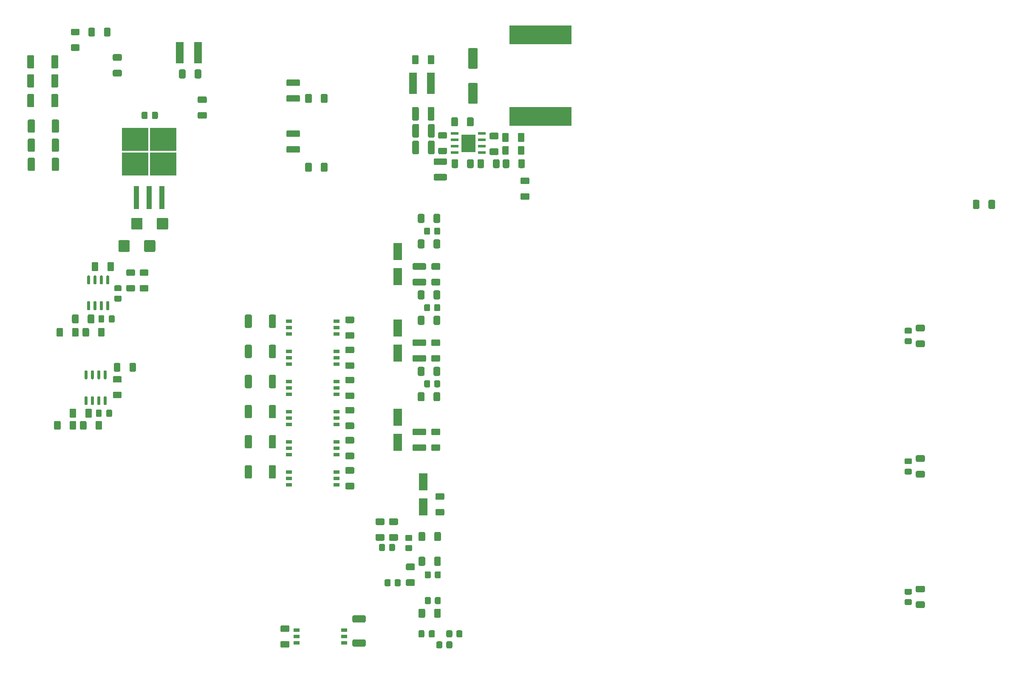
<source format=gbr>
%TF.GenerationSoftware,KiCad,Pcbnew,(5.1.8)-1*%
%TF.CreationDate,2021-03-22T22:31:26+09:00*%
%TF.ProjectId,inverter_IPM,696e7665-7274-4657-925f-49504d2e6b69,rev?*%
%TF.SameCoordinates,Original*%
%TF.FileFunction,Paste,Top*%
%TF.FilePolarity,Positive*%
%FSLAX46Y46*%
G04 Gerber Fmt 4.6, Leading zero omitted, Abs format (unit mm)*
G04 Created by KiCad (PCBNEW (5.1.8)-1) date 2021-03-22 22:31:26*
%MOMM*%
%LPD*%
G01*
G04 APERTURE LIST*
%ADD10C,0.010000*%
%ADD11R,1.300000X0.800000*%
%ADD12R,1.550000X0.600000*%
%ADD13R,5.250000X4.550000*%
%ADD14R,1.100000X4.600000*%
%ADD15R,1.500000X4.200000*%
%ADD16R,12.320000X3.825000*%
%ADD17R,1.800000X3.500000*%
G04 APERTURE END LIST*
D10*
%TO.C,U4*%
G36*
X126000600Y-46179000D02*
G01*
X128710600Y-46179000D01*
X128710600Y-49579000D01*
X126000600Y-49579000D01*
X126000600Y-46179000D01*
G37*
X126000600Y-46179000D02*
X128710600Y-46179000D01*
X128710600Y-49579000D01*
X126000600Y-49579000D01*
X126000600Y-46179000D01*
%TD*%
%TO.C,U16*%
G36*
G01*
X51839000Y-76024000D02*
X51539000Y-76024000D01*
G75*
G02*
X51389000Y-75874000I0J150000D01*
G01*
X51389000Y-74424000D01*
G75*
G02*
X51539000Y-74274000I150000J0D01*
G01*
X51839000Y-74274000D01*
G75*
G02*
X51989000Y-74424000I0J-150000D01*
G01*
X51989000Y-75874000D01*
G75*
G02*
X51839000Y-76024000I-150000J0D01*
G01*
G37*
G36*
G01*
X53109000Y-76024000D02*
X52809000Y-76024000D01*
G75*
G02*
X52659000Y-75874000I0J150000D01*
G01*
X52659000Y-74424000D01*
G75*
G02*
X52809000Y-74274000I150000J0D01*
G01*
X53109000Y-74274000D01*
G75*
G02*
X53259000Y-74424000I0J-150000D01*
G01*
X53259000Y-75874000D01*
G75*
G02*
X53109000Y-76024000I-150000J0D01*
G01*
G37*
G36*
G01*
X54379000Y-76024000D02*
X54079000Y-76024000D01*
G75*
G02*
X53929000Y-75874000I0J150000D01*
G01*
X53929000Y-74424000D01*
G75*
G02*
X54079000Y-74274000I150000J0D01*
G01*
X54379000Y-74274000D01*
G75*
G02*
X54529000Y-74424000I0J-150000D01*
G01*
X54529000Y-75874000D01*
G75*
G02*
X54379000Y-76024000I-150000J0D01*
G01*
G37*
G36*
G01*
X55649000Y-76024000D02*
X55349000Y-76024000D01*
G75*
G02*
X55199000Y-75874000I0J150000D01*
G01*
X55199000Y-74424000D01*
G75*
G02*
X55349000Y-74274000I150000J0D01*
G01*
X55649000Y-74274000D01*
G75*
G02*
X55799000Y-74424000I0J-150000D01*
G01*
X55799000Y-75874000D01*
G75*
G02*
X55649000Y-76024000I-150000J0D01*
G01*
G37*
G36*
G01*
X55649000Y-81174000D02*
X55349000Y-81174000D01*
G75*
G02*
X55199000Y-81024000I0J150000D01*
G01*
X55199000Y-79574000D01*
G75*
G02*
X55349000Y-79424000I150000J0D01*
G01*
X55649000Y-79424000D01*
G75*
G02*
X55799000Y-79574000I0J-150000D01*
G01*
X55799000Y-81024000D01*
G75*
G02*
X55649000Y-81174000I-150000J0D01*
G01*
G37*
G36*
G01*
X54379000Y-81174000D02*
X54079000Y-81174000D01*
G75*
G02*
X53929000Y-81024000I0J150000D01*
G01*
X53929000Y-79574000D01*
G75*
G02*
X54079000Y-79424000I150000J0D01*
G01*
X54379000Y-79424000D01*
G75*
G02*
X54529000Y-79574000I0J-150000D01*
G01*
X54529000Y-81024000D01*
G75*
G02*
X54379000Y-81174000I-150000J0D01*
G01*
G37*
G36*
G01*
X53109000Y-81174000D02*
X52809000Y-81174000D01*
G75*
G02*
X52659000Y-81024000I0J150000D01*
G01*
X52659000Y-79574000D01*
G75*
G02*
X52809000Y-79424000I150000J0D01*
G01*
X53109000Y-79424000D01*
G75*
G02*
X53259000Y-79574000I0J-150000D01*
G01*
X53259000Y-81024000D01*
G75*
G02*
X53109000Y-81174000I-150000J0D01*
G01*
G37*
G36*
G01*
X51839000Y-81174000D02*
X51539000Y-81174000D01*
G75*
G02*
X51389000Y-81024000I0J150000D01*
G01*
X51389000Y-79574000D01*
G75*
G02*
X51539000Y-79424000I150000J0D01*
G01*
X51839000Y-79424000D01*
G75*
G02*
X51989000Y-79574000I0J-150000D01*
G01*
X51989000Y-81024000D01*
G75*
G02*
X51839000Y-81174000I-150000J0D01*
G01*
G37*
%TD*%
%TO.C,U14*%
G36*
G01*
X51331000Y-94947000D02*
X51031000Y-94947000D01*
G75*
G02*
X50881000Y-94797000I0J150000D01*
G01*
X50881000Y-93347000D01*
G75*
G02*
X51031000Y-93197000I150000J0D01*
G01*
X51331000Y-93197000D01*
G75*
G02*
X51481000Y-93347000I0J-150000D01*
G01*
X51481000Y-94797000D01*
G75*
G02*
X51331000Y-94947000I-150000J0D01*
G01*
G37*
G36*
G01*
X52601000Y-94947000D02*
X52301000Y-94947000D01*
G75*
G02*
X52151000Y-94797000I0J150000D01*
G01*
X52151000Y-93347000D01*
G75*
G02*
X52301000Y-93197000I150000J0D01*
G01*
X52601000Y-93197000D01*
G75*
G02*
X52751000Y-93347000I0J-150000D01*
G01*
X52751000Y-94797000D01*
G75*
G02*
X52601000Y-94947000I-150000J0D01*
G01*
G37*
G36*
G01*
X53871000Y-94947000D02*
X53571000Y-94947000D01*
G75*
G02*
X53421000Y-94797000I0J150000D01*
G01*
X53421000Y-93347000D01*
G75*
G02*
X53571000Y-93197000I150000J0D01*
G01*
X53871000Y-93197000D01*
G75*
G02*
X54021000Y-93347000I0J-150000D01*
G01*
X54021000Y-94797000D01*
G75*
G02*
X53871000Y-94947000I-150000J0D01*
G01*
G37*
G36*
G01*
X55141000Y-94947000D02*
X54841000Y-94947000D01*
G75*
G02*
X54691000Y-94797000I0J150000D01*
G01*
X54691000Y-93347000D01*
G75*
G02*
X54841000Y-93197000I150000J0D01*
G01*
X55141000Y-93197000D01*
G75*
G02*
X55291000Y-93347000I0J-150000D01*
G01*
X55291000Y-94797000D01*
G75*
G02*
X55141000Y-94947000I-150000J0D01*
G01*
G37*
G36*
G01*
X55141000Y-100097000D02*
X54841000Y-100097000D01*
G75*
G02*
X54691000Y-99947000I0J150000D01*
G01*
X54691000Y-98497000D01*
G75*
G02*
X54841000Y-98347000I150000J0D01*
G01*
X55141000Y-98347000D01*
G75*
G02*
X55291000Y-98497000I0J-150000D01*
G01*
X55291000Y-99947000D01*
G75*
G02*
X55141000Y-100097000I-150000J0D01*
G01*
G37*
G36*
G01*
X53871000Y-100097000D02*
X53571000Y-100097000D01*
G75*
G02*
X53421000Y-99947000I0J150000D01*
G01*
X53421000Y-98497000D01*
G75*
G02*
X53571000Y-98347000I150000J0D01*
G01*
X53871000Y-98347000D01*
G75*
G02*
X54021000Y-98497000I0J-150000D01*
G01*
X54021000Y-99947000D01*
G75*
G02*
X53871000Y-100097000I-150000J0D01*
G01*
G37*
G36*
G01*
X52601000Y-100097000D02*
X52301000Y-100097000D01*
G75*
G02*
X52151000Y-99947000I0J150000D01*
G01*
X52151000Y-98497000D01*
G75*
G02*
X52301000Y-98347000I150000J0D01*
G01*
X52601000Y-98347000D01*
G75*
G02*
X52751000Y-98497000I0J-150000D01*
G01*
X52751000Y-99947000D01*
G75*
G02*
X52601000Y-100097000I-150000J0D01*
G01*
G37*
G36*
G01*
X51331000Y-100097000D02*
X51031000Y-100097000D01*
G75*
G02*
X50881000Y-99947000I0J150000D01*
G01*
X50881000Y-98497000D01*
G75*
G02*
X51031000Y-98347000I150000J0D01*
G01*
X51331000Y-98347000D01*
G75*
G02*
X51481000Y-98497000I0J-150000D01*
G01*
X51481000Y-99947000D01*
G75*
G02*
X51331000Y-100097000I-150000J0D01*
G01*
G37*
%TD*%
D11*
%TO.C,U13*%
X93098420Y-147485100D03*
X93098420Y-146215100D03*
X93098420Y-144945100D03*
X102598420Y-144945100D03*
X102598420Y-146215100D03*
X102598420Y-147485100D03*
%TD*%
%TO.C,U12*%
X101117600Y-113411000D03*
X101117600Y-114681000D03*
X101117600Y-115951000D03*
X91617600Y-115951000D03*
X91617600Y-114681000D03*
X91617600Y-113411000D03*
%TD*%
%TO.C,U11*%
X101117600Y-107408980D03*
X101117600Y-108678980D03*
X101117600Y-109948980D03*
X91617600Y-109948980D03*
X91617600Y-108678980D03*
X91617600Y-107408980D03*
%TD*%
%TO.C,U10*%
X101117600Y-101406960D03*
X101117600Y-102676960D03*
X101117600Y-103946960D03*
X91617600Y-103946960D03*
X91617600Y-102676960D03*
X91617600Y-101406960D03*
%TD*%
%TO.C,U8*%
X101117600Y-95404940D03*
X101117600Y-96674940D03*
X101117600Y-97944940D03*
X91617600Y-97944940D03*
X91617600Y-96674940D03*
X91617600Y-95404940D03*
%TD*%
%TO.C,U7*%
X101117600Y-89402920D03*
X101117600Y-90672920D03*
X101117600Y-91942920D03*
X91617600Y-91942920D03*
X91617600Y-90672920D03*
X91617600Y-89402920D03*
%TD*%
%TO.C,U6*%
X101117600Y-83400900D03*
X101117600Y-84670900D03*
X101117600Y-85940900D03*
X91617600Y-85940900D03*
X91617600Y-84670900D03*
X91617600Y-83400900D03*
%TD*%
D12*
%TO.C,U4*%
X130055600Y-45974000D03*
X130055600Y-47244000D03*
X130055600Y-48514000D03*
X130055600Y-49784000D03*
X124655600Y-49784000D03*
X124655600Y-48514000D03*
X124655600Y-47244000D03*
X124655600Y-45974000D03*
%TD*%
D13*
%TO.C,U2*%
X66548100Y-52043200D03*
X60998100Y-47193200D03*
X60998100Y-52043200D03*
X66548100Y-47193200D03*
D14*
X66313100Y-58768200D03*
X63773100Y-58768200D03*
X61233100Y-58768200D03*
%TD*%
%TO.C,R39*%
G36*
G01*
X39445000Y-32761501D02*
X39445000Y-30611499D01*
G75*
G02*
X39694999Y-30361500I249999J0D01*
G01*
X40595001Y-30361500D01*
G75*
G02*
X40845000Y-30611499I0J-249999D01*
G01*
X40845000Y-32761501D01*
G75*
G02*
X40595001Y-33011500I-249999J0D01*
G01*
X39694999Y-33011500D01*
G75*
G02*
X39445000Y-32761501I0J249999D01*
G01*
G37*
G36*
G01*
X44245000Y-32761501D02*
X44245000Y-30611499D01*
G75*
G02*
X44494999Y-30361500I249999J0D01*
G01*
X45395001Y-30361500D01*
G75*
G02*
X45645000Y-30611499I0J-249999D01*
G01*
X45645000Y-32761501D01*
G75*
G02*
X45395001Y-33011500I-249999J0D01*
G01*
X44494999Y-33011500D01*
G75*
G02*
X44245000Y-32761501I0J249999D01*
G01*
G37*
%TD*%
%TO.C,R38*%
G36*
G01*
X39445000Y-36571501D02*
X39445000Y-34421499D01*
G75*
G02*
X39694999Y-34171500I249999J0D01*
G01*
X40595001Y-34171500D01*
G75*
G02*
X40845000Y-34421499I0J-249999D01*
G01*
X40845000Y-36571501D01*
G75*
G02*
X40595001Y-36821500I-249999J0D01*
G01*
X39694999Y-36821500D01*
G75*
G02*
X39445000Y-36571501I0J249999D01*
G01*
G37*
G36*
G01*
X44245000Y-36571501D02*
X44245000Y-34421499D01*
G75*
G02*
X44494999Y-34171500I249999J0D01*
G01*
X45395001Y-34171500D01*
G75*
G02*
X45645000Y-34421499I0J-249999D01*
G01*
X45645000Y-36571501D01*
G75*
G02*
X45395001Y-36821500I-249999J0D01*
G01*
X44494999Y-36821500D01*
G75*
G02*
X44245000Y-36571501I0J249999D01*
G01*
G37*
%TD*%
%TO.C,R37*%
G36*
G01*
X39445000Y-40508501D02*
X39445000Y-38358499D01*
G75*
G02*
X39694999Y-38108500I249999J0D01*
G01*
X40595001Y-38108500D01*
G75*
G02*
X40845000Y-38358499I0J-249999D01*
G01*
X40845000Y-40508501D01*
G75*
G02*
X40595001Y-40758500I-249999J0D01*
G01*
X39694999Y-40758500D01*
G75*
G02*
X39445000Y-40508501I0J249999D01*
G01*
G37*
G36*
G01*
X44245000Y-40508501D02*
X44245000Y-38358499D01*
G75*
G02*
X44494999Y-38108500I249999J0D01*
G01*
X45395001Y-38108500D01*
G75*
G02*
X45645000Y-38358499I0J-249999D01*
G01*
X45645000Y-40508501D01*
G75*
G02*
X45395001Y-40758500I-249999J0D01*
G01*
X44494999Y-40758500D01*
G75*
G02*
X44245000Y-40508501I0J249999D01*
G01*
G37*
%TD*%
%TO.C,R36*%
G36*
G01*
X45772000Y-51058499D02*
X45772000Y-53208501D01*
G75*
G02*
X45522001Y-53458500I-249999J0D01*
G01*
X44621999Y-53458500D01*
G75*
G02*
X44372000Y-53208501I0J249999D01*
G01*
X44372000Y-51058499D01*
G75*
G02*
X44621999Y-50808500I249999J0D01*
G01*
X45522001Y-50808500D01*
G75*
G02*
X45772000Y-51058499I0J-249999D01*
G01*
G37*
G36*
G01*
X40972000Y-51058499D02*
X40972000Y-53208501D01*
G75*
G02*
X40722001Y-53458500I-249999J0D01*
G01*
X39821999Y-53458500D01*
G75*
G02*
X39572000Y-53208501I0J249999D01*
G01*
X39572000Y-51058499D01*
G75*
G02*
X39821999Y-50808500I249999J0D01*
G01*
X40722001Y-50808500D01*
G75*
G02*
X40972000Y-51058499I0J-249999D01*
G01*
G37*
%TD*%
%TO.C,R35*%
G36*
G01*
X45772000Y-47248499D02*
X45772000Y-49398501D01*
G75*
G02*
X45522001Y-49648500I-249999J0D01*
G01*
X44621999Y-49648500D01*
G75*
G02*
X44372000Y-49398501I0J249999D01*
G01*
X44372000Y-47248499D01*
G75*
G02*
X44621999Y-46998500I249999J0D01*
G01*
X45522001Y-46998500D01*
G75*
G02*
X45772000Y-47248499I0J-249999D01*
G01*
G37*
G36*
G01*
X40972000Y-47248499D02*
X40972000Y-49398501D01*
G75*
G02*
X40722001Y-49648500I-249999J0D01*
G01*
X39821999Y-49648500D01*
G75*
G02*
X39572000Y-49398501I0J249999D01*
G01*
X39572000Y-47248499D01*
G75*
G02*
X39821999Y-46998500I249999J0D01*
G01*
X40722001Y-46998500D01*
G75*
G02*
X40972000Y-47248499I0J-249999D01*
G01*
G37*
%TD*%
%TO.C,R34*%
G36*
G01*
X45772000Y-43438499D02*
X45772000Y-45588501D01*
G75*
G02*
X45522001Y-45838500I-249999J0D01*
G01*
X44621999Y-45838500D01*
G75*
G02*
X44372000Y-45588501I0J249999D01*
G01*
X44372000Y-43438499D01*
G75*
G02*
X44621999Y-43188500I249999J0D01*
G01*
X45522001Y-43188500D01*
G75*
G02*
X45772000Y-43438499I0J-249999D01*
G01*
G37*
G36*
G01*
X40972000Y-43438499D02*
X40972000Y-45588501D01*
G75*
G02*
X40722001Y-45838500I-249999J0D01*
G01*
X39821999Y-45838500D01*
G75*
G02*
X39572000Y-45588501I0J249999D01*
G01*
X39572000Y-43438499D01*
G75*
G02*
X39821999Y-43188500I249999J0D01*
G01*
X40722001Y-43188500D01*
G75*
G02*
X40972000Y-43438499I0J-249999D01*
G01*
G37*
%TD*%
%TO.C,R33*%
G36*
G01*
X49647001Y-26405000D02*
X48396999Y-26405000D01*
G75*
G02*
X48147000Y-26155001I0J249999D01*
G01*
X48147000Y-25354999D01*
G75*
G02*
X48396999Y-25105000I249999J0D01*
G01*
X49647001Y-25105000D01*
G75*
G02*
X49897000Y-25354999I0J-249999D01*
G01*
X49897000Y-26155001D01*
G75*
G02*
X49647001Y-26405000I-249999J0D01*
G01*
G37*
G36*
G01*
X49647001Y-29505000D02*
X48396999Y-29505000D01*
G75*
G02*
X48147000Y-29255001I0J249999D01*
G01*
X48147000Y-28454999D01*
G75*
G02*
X48396999Y-28205000I249999J0D01*
G01*
X49647001Y-28205000D01*
G75*
G02*
X49897000Y-28454999I0J-249999D01*
G01*
X49897000Y-29255001D01*
G75*
G02*
X49647001Y-29505000I-249999J0D01*
G01*
G37*
%TD*%
%TO.C,R32*%
G36*
G01*
X52948000Y-25155999D02*
X52948000Y-26406001D01*
G75*
G02*
X52698001Y-26656000I-249999J0D01*
G01*
X51897999Y-26656000D01*
G75*
G02*
X51648000Y-26406001I0J249999D01*
G01*
X51648000Y-25155999D01*
G75*
G02*
X51897999Y-24906000I249999J0D01*
G01*
X52698001Y-24906000D01*
G75*
G02*
X52948000Y-25155999I0J-249999D01*
G01*
G37*
G36*
G01*
X56048000Y-25155999D02*
X56048000Y-26406001D01*
G75*
G02*
X55798001Y-26656000I-249999J0D01*
G01*
X54997999Y-26656000D01*
G75*
G02*
X54748000Y-26406001I0J249999D01*
G01*
X54748000Y-25155999D01*
G75*
G02*
X54997999Y-24906000I249999J0D01*
G01*
X55798001Y-24906000D01*
G75*
G02*
X56048000Y-25155999I0J-249999D01*
G01*
G37*
%TD*%
%TO.C,R31*%
G36*
G01*
X63363001Y-74363500D02*
X62112999Y-74363500D01*
G75*
G02*
X61863000Y-74113501I0J249999D01*
G01*
X61863000Y-73313499D01*
G75*
G02*
X62112999Y-73063500I249999J0D01*
G01*
X63363001Y-73063500D01*
G75*
G02*
X63613000Y-73313499I0J-249999D01*
G01*
X63613000Y-74113501D01*
G75*
G02*
X63363001Y-74363500I-249999J0D01*
G01*
G37*
G36*
G01*
X63363001Y-77463500D02*
X62112999Y-77463500D01*
G75*
G02*
X61863000Y-77213501I0J249999D01*
G01*
X61863000Y-76413499D01*
G75*
G02*
X62112999Y-76163500I249999J0D01*
G01*
X63363001Y-76163500D01*
G75*
G02*
X63613000Y-76413499I0J-249999D01*
G01*
X63613000Y-77213501D01*
G75*
G02*
X63363001Y-77463500I-249999J0D01*
G01*
G37*
%TD*%
%TO.C,R30*%
G36*
G01*
X59439499Y-76163500D02*
X60689501Y-76163500D01*
G75*
G02*
X60939500Y-76413499I0J-249999D01*
G01*
X60939500Y-77213501D01*
G75*
G02*
X60689501Y-77463500I-249999J0D01*
G01*
X59439499Y-77463500D01*
G75*
G02*
X59189500Y-77213501I0J249999D01*
G01*
X59189500Y-76413499D01*
G75*
G02*
X59439499Y-76163500I249999J0D01*
G01*
G37*
G36*
G01*
X59439499Y-73063500D02*
X60689501Y-73063500D01*
G75*
G02*
X60939500Y-73313499I0J-249999D01*
G01*
X60939500Y-74113501D01*
G75*
G02*
X60689501Y-74363500I-249999J0D01*
G01*
X59439499Y-74363500D01*
G75*
G02*
X59189500Y-74113501I0J249999D01*
G01*
X59189500Y-73313499D01*
G75*
G02*
X59439499Y-73063500I249999J0D01*
G01*
G37*
%TD*%
%TO.C,R29*%
G36*
G01*
X51779000Y-84972999D02*
X51779000Y-86223001D01*
G75*
G02*
X51529001Y-86473000I-249999J0D01*
G01*
X50728999Y-86473000D01*
G75*
G02*
X50479000Y-86223001I0J249999D01*
G01*
X50479000Y-84972999D01*
G75*
G02*
X50728999Y-84723000I249999J0D01*
G01*
X51529001Y-84723000D01*
G75*
G02*
X51779000Y-84972999I0J-249999D01*
G01*
G37*
G36*
G01*
X54879000Y-84972999D02*
X54879000Y-86223001D01*
G75*
G02*
X54629001Y-86473000I-249999J0D01*
G01*
X53828999Y-86473000D01*
G75*
G02*
X53579000Y-86223001I0J249999D01*
G01*
X53579000Y-84972999D01*
G75*
G02*
X53828999Y-84723000I249999J0D01*
G01*
X54629001Y-84723000D01*
G75*
G02*
X54879000Y-84972999I0J-249999D01*
G01*
G37*
%TD*%
%TO.C,R28*%
G36*
G01*
X46598000Y-84972999D02*
X46598000Y-86223001D01*
G75*
G02*
X46348001Y-86473000I-249999J0D01*
G01*
X45547999Y-86473000D01*
G75*
G02*
X45298000Y-86223001I0J249999D01*
G01*
X45298000Y-84972999D01*
G75*
G02*
X45547999Y-84723000I249999J0D01*
G01*
X46348001Y-84723000D01*
G75*
G02*
X46598000Y-84972999I0J-249999D01*
G01*
G37*
G36*
G01*
X49698000Y-84972999D02*
X49698000Y-86223001D01*
G75*
G02*
X49448001Y-86473000I-249999J0D01*
G01*
X48647999Y-86473000D01*
G75*
G02*
X48398000Y-86223001I0J249999D01*
G01*
X48398000Y-84972999D01*
G75*
G02*
X48647999Y-84723000I249999J0D01*
G01*
X49448001Y-84723000D01*
G75*
G02*
X49698000Y-84972999I0J-249999D01*
G01*
G37*
%TD*%
%TO.C,R27*%
G36*
G01*
X56778999Y-97420000D02*
X58029001Y-97420000D01*
G75*
G02*
X58279000Y-97669999I0J-249999D01*
G01*
X58279000Y-98470001D01*
G75*
G02*
X58029001Y-98720000I-249999J0D01*
G01*
X56778999Y-98720000D01*
G75*
G02*
X56529000Y-98470001I0J249999D01*
G01*
X56529000Y-97669999D01*
G75*
G02*
X56778999Y-97420000I249999J0D01*
G01*
G37*
G36*
G01*
X56778999Y-94320000D02*
X58029001Y-94320000D01*
G75*
G02*
X58279000Y-94569999I0J-249999D01*
G01*
X58279000Y-95370001D01*
G75*
G02*
X58029001Y-95620000I-249999J0D01*
G01*
X56778999Y-95620000D01*
G75*
G02*
X56529000Y-95370001I0J249999D01*
G01*
X56529000Y-94569999D01*
G75*
G02*
X56778999Y-94320000I249999J0D01*
G01*
G37*
%TD*%
%TO.C,R26*%
G36*
G01*
X51271000Y-103514999D02*
X51271000Y-104765001D01*
G75*
G02*
X51021001Y-105015000I-249999J0D01*
G01*
X50220999Y-105015000D01*
G75*
G02*
X49971000Y-104765001I0J249999D01*
G01*
X49971000Y-103514999D01*
G75*
G02*
X50220999Y-103265000I249999J0D01*
G01*
X51021001Y-103265000D01*
G75*
G02*
X51271000Y-103514999I0J-249999D01*
G01*
G37*
G36*
G01*
X54371000Y-103514999D02*
X54371000Y-104765001D01*
G75*
G02*
X54121001Y-105015000I-249999J0D01*
G01*
X53320999Y-105015000D01*
G75*
G02*
X53071000Y-104765001I0J249999D01*
G01*
X53071000Y-103514999D01*
G75*
G02*
X53320999Y-103265000I249999J0D01*
G01*
X54121001Y-103265000D01*
G75*
G02*
X54371000Y-103514999I0J-249999D01*
G01*
G37*
%TD*%
%TO.C,R25*%
G36*
G01*
X59828000Y-93208001D02*
X59828000Y-91957999D01*
G75*
G02*
X60077999Y-91708000I249999J0D01*
G01*
X60878001Y-91708000D01*
G75*
G02*
X61128000Y-91957999I0J-249999D01*
G01*
X61128000Y-93208001D01*
G75*
G02*
X60878001Y-93458000I-249999J0D01*
G01*
X60077999Y-93458000D01*
G75*
G02*
X59828000Y-93208001I0J249999D01*
G01*
G37*
G36*
G01*
X56728000Y-93208001D02*
X56728000Y-91957999D01*
G75*
G02*
X56977999Y-91708000I249999J0D01*
G01*
X57778001Y-91708000D01*
G75*
G02*
X58028000Y-91957999I0J-249999D01*
G01*
X58028000Y-93208001D01*
G75*
G02*
X57778001Y-93458000I-249999J0D01*
G01*
X56977999Y-93458000D01*
G75*
G02*
X56728000Y-93208001I0J249999D01*
G01*
G37*
%TD*%
%TO.C,R24*%
G36*
G01*
X46116000Y-103514999D02*
X46116000Y-104765001D01*
G75*
G02*
X45866001Y-105015000I-249999J0D01*
G01*
X45065999Y-105015000D01*
G75*
G02*
X44816000Y-104765001I0J249999D01*
G01*
X44816000Y-103514999D01*
G75*
G02*
X45065999Y-103265000I249999J0D01*
G01*
X45866001Y-103265000D01*
G75*
G02*
X46116000Y-103514999I0J-249999D01*
G01*
G37*
G36*
G01*
X49216000Y-103514999D02*
X49216000Y-104765001D01*
G75*
G02*
X48966001Y-105015000I-249999J0D01*
G01*
X48165999Y-105015000D01*
G75*
G02*
X47916000Y-104765001I0J249999D01*
G01*
X47916000Y-103514999D01*
G75*
G02*
X48165999Y-103265000I249999J0D01*
G01*
X48966001Y-103265000D01*
G75*
G02*
X49216000Y-103514999I0J-249999D01*
G01*
G37*
%TD*%
%TO.C,R23*%
G36*
G01*
X119876300Y-138607099D02*
X119876300Y-139507101D01*
G75*
G02*
X119626301Y-139757100I-249999J0D01*
G01*
X118926299Y-139757100D01*
G75*
G02*
X118676300Y-139507101I0J249999D01*
G01*
X118676300Y-138607099D01*
G75*
G02*
X118926299Y-138357100I249999J0D01*
G01*
X119626301Y-138357100D01*
G75*
G02*
X119876300Y-138607099I0J-249999D01*
G01*
G37*
G36*
G01*
X121876300Y-138607099D02*
X121876300Y-139507101D01*
G75*
G02*
X121626301Y-139757100I-249999J0D01*
G01*
X120926299Y-139757100D01*
G75*
G02*
X120676300Y-139507101I0J249999D01*
G01*
X120676300Y-138607099D01*
G75*
G02*
X120926299Y-138357100I249999J0D01*
G01*
X121626301Y-138357100D01*
G75*
G02*
X121876300Y-138607099I0J-249999D01*
G01*
G37*
%TD*%
%TO.C,R22*%
G36*
G01*
X111868000Y-135058999D02*
X111868000Y-135959001D01*
G75*
G02*
X111618001Y-136209000I-249999J0D01*
G01*
X110917999Y-136209000D01*
G75*
G02*
X110668000Y-135959001I0J249999D01*
G01*
X110668000Y-135058999D01*
G75*
G02*
X110917999Y-134809000I249999J0D01*
G01*
X111618001Y-134809000D01*
G75*
G02*
X111868000Y-135058999I0J-249999D01*
G01*
G37*
G36*
G01*
X113868000Y-135058999D02*
X113868000Y-135959001D01*
G75*
G02*
X113618001Y-136209000I-249999J0D01*
G01*
X112917999Y-136209000D01*
G75*
G02*
X112668000Y-135959001I0J249999D01*
G01*
X112668000Y-135058999D01*
G75*
G02*
X112917999Y-134809000I249999J0D01*
G01*
X113618001Y-134809000D01*
G75*
G02*
X113868000Y-135058999I0J-249999D01*
G01*
G37*
%TD*%
%TO.C,R21*%
G36*
G01*
X124974300Y-146131701D02*
X124974300Y-145231699D01*
G75*
G02*
X125224299Y-144981700I249999J0D01*
G01*
X125924301Y-144981700D01*
G75*
G02*
X126174300Y-145231699I0J-249999D01*
G01*
X126174300Y-146131701D01*
G75*
G02*
X125924301Y-146381700I-249999J0D01*
G01*
X125224299Y-146381700D01*
G75*
G02*
X124974300Y-146131701I0J249999D01*
G01*
G37*
G36*
G01*
X122974300Y-146131701D02*
X122974300Y-145231699D01*
G75*
G02*
X123224299Y-144981700I249999J0D01*
G01*
X123924301Y-144981700D01*
G75*
G02*
X124174300Y-145231699I0J-249999D01*
G01*
X124174300Y-146131701D01*
G75*
G02*
X123924301Y-146381700I-249999J0D01*
G01*
X123224299Y-146381700D01*
G75*
G02*
X122974300Y-146131701I0J249999D01*
G01*
G37*
%TD*%
%TO.C,R20*%
G36*
G01*
X119876300Y-133466724D02*
X119876300Y-134366726D01*
G75*
G02*
X119626301Y-134616725I-249999J0D01*
G01*
X118926299Y-134616725D01*
G75*
G02*
X118676300Y-134366726I0J249999D01*
G01*
X118676300Y-133466724D01*
G75*
G02*
X118926299Y-133216725I249999J0D01*
G01*
X119626301Y-133216725D01*
G75*
G02*
X119876300Y-133466724I0J-249999D01*
G01*
G37*
G36*
G01*
X121876300Y-133466724D02*
X121876300Y-134366726D01*
G75*
G02*
X121626301Y-134616725I-249999J0D01*
G01*
X120926299Y-134616725D01*
G75*
G02*
X120676300Y-134366726I0J249999D01*
G01*
X120676300Y-133466724D01*
G75*
G02*
X120926299Y-133216725I249999J0D01*
G01*
X121626301Y-133216725D01*
G75*
G02*
X121876300Y-133466724I0J-249999D01*
G01*
G37*
%TD*%
%TO.C,R19*%
G36*
G01*
X106655181Y-143407960D02*
X104505179Y-143407960D01*
G75*
G02*
X104255180Y-143157961I0J249999D01*
G01*
X104255180Y-142257959D01*
G75*
G02*
X104505179Y-142007960I249999J0D01*
G01*
X106655181Y-142007960D01*
G75*
G02*
X106905180Y-142257959I0J-249999D01*
G01*
X106905180Y-143157961D01*
G75*
G02*
X106655181Y-143407960I-249999J0D01*
G01*
G37*
G36*
G01*
X106655181Y-148207960D02*
X104505179Y-148207960D01*
G75*
G02*
X104255180Y-147957961I0J249999D01*
G01*
X104255180Y-147057959D01*
G75*
G02*
X104505179Y-146807960I249999J0D01*
G01*
X106655181Y-146807960D01*
G75*
G02*
X106905180Y-147057959I0J-249999D01*
G01*
X106905180Y-147957961D01*
G75*
G02*
X106655181Y-148207960I-249999J0D01*
G01*
G37*
%TD*%
%TO.C,R18*%
G36*
G01*
X122974300Y-148328801D02*
X122974300Y-147428799D01*
G75*
G02*
X123224299Y-147178800I249999J0D01*
G01*
X123924301Y-147178800D01*
G75*
G02*
X124174300Y-147428799I0J-249999D01*
G01*
X124174300Y-148328801D01*
G75*
G02*
X123924301Y-148578800I-249999J0D01*
G01*
X123224299Y-148578800D01*
G75*
G02*
X122974300Y-148328801I0J249999D01*
G01*
G37*
G36*
G01*
X120974300Y-148328801D02*
X120974300Y-147428799D01*
G75*
G02*
X121224299Y-147178800I249999J0D01*
G01*
X121924301Y-147178800D01*
G75*
G02*
X122174300Y-147428799I0J-249999D01*
G01*
X122174300Y-148328801D01*
G75*
G02*
X121924301Y-148578800I-249999J0D01*
G01*
X121224299Y-148578800D01*
G75*
G02*
X120974300Y-148328801I0J249999D01*
G01*
G37*
%TD*%
%TO.C,R17*%
G36*
G01*
X110753700Y-128021499D02*
X110753700Y-128921501D01*
G75*
G02*
X110503701Y-129171500I-249999J0D01*
G01*
X109803699Y-129171500D01*
G75*
G02*
X109553700Y-128921501I0J249999D01*
G01*
X109553700Y-128021499D01*
G75*
G02*
X109803699Y-127771500I249999J0D01*
G01*
X110503701Y-127771500D01*
G75*
G02*
X110753700Y-128021499I0J-249999D01*
G01*
G37*
G36*
G01*
X112753700Y-128021499D02*
X112753700Y-128921501D01*
G75*
G02*
X112503701Y-129171500I-249999J0D01*
G01*
X111803699Y-129171500D01*
G75*
G02*
X111553700Y-128921501I0J249999D01*
G01*
X111553700Y-128021499D01*
G75*
G02*
X111803699Y-127771500I249999J0D01*
G01*
X112503701Y-127771500D01*
G75*
G02*
X112753700Y-128021499I0J-249999D01*
G01*
G37*
%TD*%
%TO.C,R16*%
G36*
G01*
X115031099Y-127971500D02*
X115931101Y-127971500D01*
G75*
G02*
X116181100Y-128221499I0J-249999D01*
G01*
X116181100Y-128921501D01*
G75*
G02*
X115931101Y-129171500I-249999J0D01*
G01*
X115031099Y-129171500D01*
G75*
G02*
X114781100Y-128921501I0J249999D01*
G01*
X114781100Y-128221499D01*
G75*
G02*
X115031099Y-127971500I249999J0D01*
G01*
G37*
G36*
G01*
X115031099Y-125971500D02*
X115931101Y-125971500D01*
G75*
G02*
X116181100Y-126221499I0J-249999D01*
G01*
X116181100Y-126921501D01*
G75*
G02*
X115931101Y-127171500I-249999J0D01*
G01*
X115031099Y-127171500D01*
G75*
G02*
X114781100Y-126921501I0J249999D01*
G01*
X114781100Y-126221499D01*
G75*
G02*
X115031099Y-125971500I249999J0D01*
G01*
G37*
%TD*%
%TO.C,R15*%
G36*
G01*
X119749300Y-95409599D02*
X119749300Y-96309601D01*
G75*
G02*
X119499301Y-96559600I-249999J0D01*
G01*
X118799299Y-96559600D01*
G75*
G02*
X118549300Y-96309601I0J249999D01*
G01*
X118549300Y-95409599D01*
G75*
G02*
X118799299Y-95159600I249999J0D01*
G01*
X119499301Y-95159600D01*
G75*
G02*
X119749300Y-95409599I0J-249999D01*
G01*
G37*
G36*
G01*
X121749300Y-95409599D02*
X121749300Y-96309601D01*
G75*
G02*
X121499301Y-96559600I-249999J0D01*
G01*
X120799299Y-96559600D01*
G75*
G02*
X120549300Y-96309601I0J249999D01*
G01*
X120549300Y-95409599D01*
G75*
G02*
X120799299Y-95159600I249999J0D01*
G01*
X121499301Y-95159600D01*
G75*
G02*
X121749300Y-95409599I0J-249999D01*
G01*
G37*
%TD*%
%TO.C,R14*%
G36*
G01*
X84220580Y-112335999D02*
X84220580Y-114486001D01*
G75*
G02*
X83970581Y-114736000I-249999J0D01*
G01*
X83070579Y-114736000D01*
G75*
G02*
X82820580Y-114486001I0J249999D01*
G01*
X82820580Y-112335999D01*
G75*
G02*
X83070579Y-112086000I249999J0D01*
G01*
X83970581Y-112086000D01*
G75*
G02*
X84220580Y-112335999I0J-249999D01*
G01*
G37*
G36*
G01*
X89020580Y-112335999D02*
X89020580Y-114486001D01*
G75*
G02*
X88770581Y-114736000I-249999J0D01*
G01*
X87870579Y-114736000D01*
G75*
G02*
X87620580Y-114486001I0J249999D01*
G01*
X87620580Y-112335999D01*
G75*
G02*
X87870579Y-112086000I249999J0D01*
G01*
X88770581Y-112086000D01*
G75*
G02*
X89020580Y-112335999I0J-249999D01*
G01*
G37*
%TD*%
%TO.C,R13*%
G36*
G01*
X84220580Y-106333979D02*
X84220580Y-108483981D01*
G75*
G02*
X83970581Y-108733980I-249999J0D01*
G01*
X83070579Y-108733980D01*
G75*
G02*
X82820580Y-108483981I0J249999D01*
G01*
X82820580Y-106333979D01*
G75*
G02*
X83070579Y-106083980I249999J0D01*
G01*
X83970581Y-106083980D01*
G75*
G02*
X84220580Y-106333979I0J-249999D01*
G01*
G37*
G36*
G01*
X89020580Y-106333979D02*
X89020580Y-108483981D01*
G75*
G02*
X88770581Y-108733980I-249999J0D01*
G01*
X87870579Y-108733980D01*
G75*
G02*
X87620580Y-108483981I0J249999D01*
G01*
X87620580Y-106333979D01*
G75*
G02*
X87870579Y-106083980I249999J0D01*
G01*
X88770581Y-106083980D01*
G75*
G02*
X89020580Y-106333979I0J-249999D01*
G01*
G37*
%TD*%
%TO.C,R12*%
G36*
G01*
X84220580Y-100331959D02*
X84220580Y-102481961D01*
G75*
G02*
X83970581Y-102731960I-249999J0D01*
G01*
X83070579Y-102731960D01*
G75*
G02*
X82820580Y-102481961I0J249999D01*
G01*
X82820580Y-100331959D01*
G75*
G02*
X83070579Y-100081960I249999J0D01*
G01*
X83970581Y-100081960D01*
G75*
G02*
X84220580Y-100331959I0J-249999D01*
G01*
G37*
G36*
G01*
X89020580Y-100331959D02*
X89020580Y-102481961D01*
G75*
G02*
X88770581Y-102731960I-249999J0D01*
G01*
X87870579Y-102731960D01*
G75*
G02*
X87620580Y-102481961I0J249999D01*
G01*
X87620580Y-100331959D01*
G75*
G02*
X87870579Y-100081960I249999J0D01*
G01*
X88770581Y-100081960D01*
G75*
G02*
X89020580Y-100331959I0J-249999D01*
G01*
G37*
%TD*%
%TO.C,R11*%
G36*
G01*
X119749300Y-80238179D02*
X119749300Y-81138181D01*
G75*
G02*
X119499301Y-81388180I-249999J0D01*
G01*
X118799299Y-81388180D01*
G75*
G02*
X118549300Y-81138181I0J249999D01*
G01*
X118549300Y-80238179D01*
G75*
G02*
X118799299Y-79988180I249999J0D01*
G01*
X119499301Y-79988180D01*
G75*
G02*
X119749300Y-80238179I0J-249999D01*
G01*
G37*
G36*
G01*
X121749300Y-80238179D02*
X121749300Y-81138181D01*
G75*
G02*
X121499301Y-81388180I-249999J0D01*
G01*
X120799299Y-81388180D01*
G75*
G02*
X120549300Y-81138181I0J249999D01*
G01*
X120549300Y-80238179D01*
G75*
G02*
X120799299Y-79988180I249999J0D01*
G01*
X121499301Y-79988180D01*
G75*
G02*
X121749300Y-80238179I0J-249999D01*
G01*
G37*
%TD*%
%TO.C,R10*%
G36*
G01*
X84220580Y-94329939D02*
X84220580Y-96479941D01*
G75*
G02*
X83970581Y-96729940I-249999J0D01*
G01*
X83070579Y-96729940D01*
G75*
G02*
X82820580Y-96479941I0J249999D01*
G01*
X82820580Y-94329939D01*
G75*
G02*
X83070579Y-94079940I249999J0D01*
G01*
X83970581Y-94079940D01*
G75*
G02*
X84220580Y-94329939I0J-249999D01*
G01*
G37*
G36*
G01*
X89020580Y-94329939D02*
X89020580Y-96479941D01*
G75*
G02*
X88770581Y-96729940I-249999J0D01*
G01*
X87870579Y-96729940D01*
G75*
G02*
X87620580Y-96479941I0J249999D01*
G01*
X87620580Y-94329939D01*
G75*
G02*
X87870579Y-94079940I249999J0D01*
G01*
X88770581Y-94079940D01*
G75*
G02*
X89020580Y-94329939I0J-249999D01*
G01*
G37*
%TD*%
%TO.C,R9*%
G36*
G01*
X84220580Y-88327919D02*
X84220580Y-90477921D01*
G75*
G02*
X83970581Y-90727920I-249999J0D01*
G01*
X83070579Y-90727920D01*
G75*
G02*
X82820580Y-90477921I0J249999D01*
G01*
X82820580Y-88327919D01*
G75*
G02*
X83070579Y-88077920I249999J0D01*
G01*
X83970581Y-88077920D01*
G75*
G02*
X84220580Y-88327919I0J-249999D01*
G01*
G37*
G36*
G01*
X89020580Y-88327919D02*
X89020580Y-90477921D01*
G75*
G02*
X88770581Y-90727920I-249999J0D01*
G01*
X87870579Y-90727920D01*
G75*
G02*
X87620580Y-90477921I0J249999D01*
G01*
X87620580Y-88327919D01*
G75*
G02*
X87870579Y-88077920I249999J0D01*
G01*
X88770581Y-88077920D01*
G75*
G02*
X89020580Y-88327919I0J-249999D01*
G01*
G37*
%TD*%
%TO.C,R8*%
G36*
G01*
X84220580Y-82325899D02*
X84220580Y-84475901D01*
G75*
G02*
X83970581Y-84725900I-249999J0D01*
G01*
X83070579Y-84725900D01*
G75*
G02*
X82820580Y-84475901I0J249999D01*
G01*
X82820580Y-82325899D01*
G75*
G02*
X83070579Y-82075900I249999J0D01*
G01*
X83970581Y-82075900D01*
G75*
G02*
X84220580Y-82325899I0J-249999D01*
G01*
G37*
G36*
G01*
X89020580Y-82325899D02*
X89020580Y-84475901D01*
G75*
G02*
X88770581Y-84725900I-249999J0D01*
G01*
X87870579Y-84725900D01*
G75*
G02*
X87620580Y-84475901I0J249999D01*
G01*
X87620580Y-82325899D01*
G75*
G02*
X87870579Y-82075900I249999J0D01*
G01*
X88770581Y-82075900D01*
G75*
G02*
X89020580Y-82325899I0J-249999D01*
G01*
G37*
%TD*%
%TO.C,R7*%
G36*
G01*
X119749300Y-64993099D02*
X119749300Y-65893101D01*
G75*
G02*
X119499301Y-66143100I-249999J0D01*
G01*
X118799299Y-66143100D01*
G75*
G02*
X118549300Y-65893101I0J249999D01*
G01*
X118549300Y-64993099D01*
G75*
G02*
X118799299Y-64743100I249999J0D01*
G01*
X119499301Y-64743100D01*
G75*
G02*
X119749300Y-64993099I0J-249999D01*
G01*
G37*
G36*
G01*
X121749300Y-64993099D02*
X121749300Y-65893101D01*
G75*
G02*
X121499301Y-66143100I-249999J0D01*
G01*
X120799299Y-66143100D01*
G75*
G02*
X120549300Y-65893101I0J249999D01*
G01*
X120549300Y-64993099D01*
G75*
G02*
X120799299Y-64743100I249999J0D01*
G01*
X121499301Y-64743100D01*
G75*
G02*
X121749300Y-64993099I0J-249999D01*
G01*
G37*
%TD*%
%TO.C,R6*%
G36*
G01*
X132268800Y-52618801D02*
X132268800Y-51368799D01*
G75*
G02*
X132518799Y-51118800I249999J0D01*
G01*
X133318801Y-51118800D01*
G75*
G02*
X133568800Y-51368799I0J-249999D01*
G01*
X133568800Y-52618801D01*
G75*
G02*
X133318801Y-52868800I-249999J0D01*
G01*
X132518799Y-52868800D01*
G75*
G02*
X132268800Y-52618801I0J249999D01*
G01*
G37*
G36*
G01*
X129168800Y-52618801D02*
X129168800Y-51368799D01*
G75*
G02*
X129418799Y-51118800I249999J0D01*
G01*
X130218801Y-51118800D01*
G75*
G02*
X130468800Y-51368799I0J-249999D01*
G01*
X130468800Y-52618801D01*
G75*
G02*
X130218801Y-52868800I-249999J0D01*
G01*
X129418799Y-52868800D01*
G75*
G02*
X129168800Y-52618801I0J249999D01*
G01*
G37*
%TD*%
%TO.C,R5*%
G36*
G01*
X135422400Y-48727199D02*
X135422400Y-49977201D01*
G75*
G02*
X135172401Y-50227200I-249999J0D01*
G01*
X134372399Y-50227200D01*
G75*
G02*
X134122400Y-49977201I0J249999D01*
G01*
X134122400Y-48727199D01*
G75*
G02*
X134372399Y-48477200I249999J0D01*
G01*
X135172401Y-48477200D01*
G75*
G02*
X135422400Y-48727199I0J-249999D01*
G01*
G37*
G36*
G01*
X138522400Y-48727199D02*
X138522400Y-49977201D01*
G75*
G02*
X138272401Y-50227200I-249999J0D01*
G01*
X137472399Y-50227200D01*
G75*
G02*
X137222400Y-49977201I0J249999D01*
G01*
X137222400Y-48727199D01*
G75*
G02*
X137472399Y-48477200I249999J0D01*
G01*
X138272401Y-48477200D01*
G75*
G02*
X138522400Y-48727199I0J-249999D01*
G01*
G37*
%TD*%
%TO.C,R4*%
G36*
G01*
X125313200Y-51368799D02*
X125313200Y-52618801D01*
G75*
G02*
X125063201Y-52868800I-249999J0D01*
G01*
X124263199Y-52868800D01*
G75*
G02*
X124013200Y-52618801I0J249999D01*
G01*
X124013200Y-51368799D01*
G75*
G02*
X124263199Y-51118800I249999J0D01*
G01*
X125063201Y-51118800D01*
G75*
G02*
X125313200Y-51368799I0J-249999D01*
G01*
G37*
G36*
G01*
X128413200Y-51368799D02*
X128413200Y-52618801D01*
G75*
G02*
X128163201Y-52868800I-249999J0D01*
G01*
X127363199Y-52868800D01*
G75*
G02*
X127113200Y-52618801I0J249999D01*
G01*
X127113200Y-51368799D01*
G75*
G02*
X127363199Y-51118800I249999J0D01*
G01*
X128163201Y-51118800D01*
G75*
G02*
X128413200Y-51368799I0J-249999D01*
G01*
G37*
%TD*%
%TO.C,R3*%
G36*
G01*
X137322800Y-52618801D02*
X137322800Y-51368799D01*
G75*
G02*
X137572799Y-51118800I249999J0D01*
G01*
X138372801Y-51118800D01*
G75*
G02*
X138622800Y-51368799I0J-249999D01*
G01*
X138622800Y-52618801D01*
G75*
G02*
X138372801Y-52868800I-249999J0D01*
G01*
X137572799Y-52868800D01*
G75*
G02*
X137322800Y-52618801I0J249999D01*
G01*
G37*
G36*
G01*
X134222800Y-52618801D02*
X134222800Y-51368799D01*
G75*
G02*
X134472799Y-51118800I249999J0D01*
G01*
X135272801Y-51118800D01*
G75*
G02*
X135522800Y-51368799I0J-249999D01*
G01*
X135522800Y-52618801D01*
G75*
G02*
X135272801Y-52868800I-249999J0D01*
G01*
X134472799Y-52868800D01*
G75*
G02*
X134222800Y-52618801I0J249999D01*
G01*
G37*
%TD*%
%TO.C,R2*%
G36*
G01*
X120692599Y-54036200D02*
X122842601Y-54036200D01*
G75*
G02*
X123092600Y-54286199I0J-249999D01*
G01*
X123092600Y-55086201D01*
G75*
G02*
X122842601Y-55336200I-249999J0D01*
G01*
X120692599Y-55336200D01*
G75*
G02*
X120442600Y-55086201I0J249999D01*
G01*
X120442600Y-54286199D01*
G75*
G02*
X120692599Y-54036200I249999J0D01*
G01*
G37*
G36*
G01*
X120692599Y-50936200D02*
X122842601Y-50936200D01*
G75*
G02*
X123092600Y-51186199I0J-249999D01*
G01*
X123092600Y-51986201D01*
G75*
G02*
X122842601Y-52236200I-249999J0D01*
G01*
X120692599Y-52236200D01*
G75*
G02*
X120442600Y-51986201I0J249999D01*
G01*
X120442600Y-51186199D01*
G75*
G02*
X120692599Y-50936200I249999J0D01*
G01*
G37*
%TD*%
%TO.C,R1*%
G36*
G01*
X122849801Y-47003800D02*
X121599799Y-47003800D01*
G75*
G02*
X121349800Y-46753801I0J249999D01*
G01*
X121349800Y-45953799D01*
G75*
G02*
X121599799Y-45703800I249999J0D01*
G01*
X122849801Y-45703800D01*
G75*
G02*
X123099800Y-45953799I0J-249999D01*
G01*
X123099800Y-46753801D01*
G75*
G02*
X122849801Y-47003800I-249999J0D01*
G01*
G37*
G36*
G01*
X122849801Y-50103800D02*
X121599799Y-50103800D01*
G75*
G02*
X121349800Y-49853801I0J249999D01*
G01*
X121349800Y-49053799D01*
G75*
G02*
X121599799Y-48803800I249999J0D01*
G01*
X122849801Y-48803800D01*
G75*
G02*
X123099800Y-49053799I0J-249999D01*
G01*
X123099800Y-49853801D01*
G75*
G02*
X122849801Y-50103800I-249999J0D01*
G01*
G37*
%TD*%
D15*
%TO.C,L3*%
X116310000Y-35941000D03*
X119910000Y-35941000D03*
%TD*%
D16*
%TO.C,L2*%
X141732000Y-26294500D03*
X141732000Y-42539500D03*
%TD*%
D15*
%TO.C,L1*%
X69866100Y-29921200D03*
X73466100Y-29921200D03*
%TD*%
D17*
%TO.C,D5*%
X118328440Y-120365460D03*
X118328440Y-115365460D03*
%TD*%
%TO.C,D4*%
X113271300Y-107489800D03*
X113271300Y-102489800D03*
%TD*%
%TO.C,D3*%
X113271300Y-89710200D03*
X113271300Y-84710200D03*
%TD*%
%TO.C,D2*%
X113271300Y-74520600D03*
X113271300Y-69520600D03*
%TD*%
%TO.C,C64*%
G36*
G01*
X214536000Y-112774100D02*
X215486000Y-112774100D01*
G75*
G02*
X215736000Y-113024100I0J-250000D01*
G01*
X215736000Y-113699100D01*
G75*
G02*
X215486000Y-113949100I-250000J0D01*
G01*
X214536000Y-113949100D01*
G75*
G02*
X214286000Y-113699100I0J250000D01*
G01*
X214286000Y-113024100D01*
G75*
G02*
X214536000Y-112774100I250000J0D01*
G01*
G37*
G36*
G01*
X214536000Y-110699100D02*
X215486000Y-110699100D01*
G75*
G02*
X215736000Y-110949100I0J-250000D01*
G01*
X215736000Y-111624100D01*
G75*
G02*
X215486000Y-111874100I-250000J0D01*
G01*
X214536000Y-111874100D01*
G75*
G02*
X214286000Y-111624100I0J250000D01*
G01*
X214286000Y-110949100D01*
G75*
G02*
X214536000Y-110699100I250000J0D01*
G01*
G37*
%TD*%
%TO.C,C63*%
G36*
G01*
X218074002Y-111424100D02*
X216773998Y-111424100D01*
G75*
G02*
X216524000Y-111174102I0J249998D01*
G01*
X216524000Y-110349098D01*
G75*
G02*
X216773998Y-110099100I249998J0D01*
G01*
X218074002Y-110099100D01*
G75*
G02*
X218324000Y-110349098I0J-249998D01*
G01*
X218324000Y-111174102D01*
G75*
G02*
X218074002Y-111424100I-249998J0D01*
G01*
G37*
G36*
G01*
X218074002Y-114549100D02*
X216773998Y-114549100D01*
G75*
G02*
X216524000Y-114299102I0J249998D01*
G01*
X216524000Y-113474098D01*
G75*
G02*
X216773998Y-113224100I249998J0D01*
G01*
X218074002Y-113224100D01*
G75*
G02*
X218324000Y-113474098I0J-249998D01*
G01*
X218324000Y-114299102D01*
G75*
G02*
X218074002Y-114549100I-249998J0D01*
G01*
G37*
%TD*%
%TO.C,C62*%
G36*
G01*
X214536000Y-86774100D02*
X215486000Y-86774100D01*
G75*
G02*
X215736000Y-87024100I0J-250000D01*
G01*
X215736000Y-87699100D01*
G75*
G02*
X215486000Y-87949100I-250000J0D01*
G01*
X214536000Y-87949100D01*
G75*
G02*
X214286000Y-87699100I0J250000D01*
G01*
X214286000Y-87024100D01*
G75*
G02*
X214536000Y-86774100I250000J0D01*
G01*
G37*
G36*
G01*
X214536000Y-84699100D02*
X215486000Y-84699100D01*
G75*
G02*
X215736000Y-84949100I0J-250000D01*
G01*
X215736000Y-85624100D01*
G75*
G02*
X215486000Y-85874100I-250000J0D01*
G01*
X214536000Y-85874100D01*
G75*
G02*
X214286000Y-85624100I0J250000D01*
G01*
X214286000Y-84949100D01*
G75*
G02*
X214536000Y-84699100I250000J0D01*
G01*
G37*
%TD*%
%TO.C,C61*%
G36*
G01*
X96166500Y-38338998D02*
X96166500Y-39639002D01*
G75*
G02*
X95916502Y-39889000I-249998J0D01*
G01*
X95091498Y-39889000D01*
G75*
G02*
X94841500Y-39639002I0J249998D01*
G01*
X94841500Y-38338998D01*
G75*
G02*
X95091498Y-38089000I249998J0D01*
G01*
X95916502Y-38089000D01*
G75*
G02*
X96166500Y-38338998I0J-249998D01*
G01*
G37*
G36*
G01*
X99291500Y-38338998D02*
X99291500Y-39639002D01*
G75*
G02*
X99041502Y-39889000I-249998J0D01*
G01*
X98216498Y-39889000D01*
G75*
G02*
X97966500Y-39639002I0J249998D01*
G01*
X97966500Y-38338998D01*
G75*
G02*
X98216498Y-38089000I249998J0D01*
G01*
X99041502Y-38089000D01*
G75*
G02*
X99291500Y-38338998I0J-249998D01*
G01*
G37*
%TD*%
%TO.C,C60*%
G36*
G01*
X91355998Y-38326500D02*
X93556002Y-38326500D01*
G75*
G02*
X93806000Y-38576498I0J-249998D01*
G01*
X93806000Y-39401502D01*
G75*
G02*
X93556002Y-39651500I-249998J0D01*
G01*
X91355998Y-39651500D01*
G75*
G02*
X91106000Y-39401502I0J249998D01*
G01*
X91106000Y-38576498D01*
G75*
G02*
X91355998Y-38326500I249998J0D01*
G01*
G37*
G36*
G01*
X91355998Y-35201500D02*
X93556002Y-35201500D01*
G75*
G02*
X93806000Y-35451498I0J-249998D01*
G01*
X93806000Y-36276502D01*
G75*
G02*
X93556002Y-36526500I-249998J0D01*
G01*
X91355998Y-36526500D01*
G75*
G02*
X91106000Y-36276502I0J249998D01*
G01*
X91106000Y-35451498D01*
G75*
G02*
X91355998Y-35201500I249998J0D01*
G01*
G37*
%TD*%
%TO.C,C59*%
G36*
G01*
X117463600Y-30630098D02*
X117463600Y-31930102D01*
G75*
G02*
X117213602Y-32180100I-249998J0D01*
G01*
X116388598Y-32180100D01*
G75*
G02*
X116138600Y-31930102I0J249998D01*
G01*
X116138600Y-30630098D01*
G75*
G02*
X116388598Y-30380100I249998J0D01*
G01*
X117213602Y-30380100D01*
G75*
G02*
X117463600Y-30630098I0J-249998D01*
G01*
G37*
G36*
G01*
X120588600Y-30630098D02*
X120588600Y-31930102D01*
G75*
G02*
X120338602Y-32180100I-249998J0D01*
G01*
X119513598Y-32180100D01*
G75*
G02*
X119263600Y-31930102I0J249998D01*
G01*
X119263600Y-30630098D01*
G75*
G02*
X119513598Y-30380100I249998J0D01*
G01*
X120338602Y-30380100D01*
G75*
G02*
X120588600Y-30630098I0J-249998D01*
G01*
G37*
%TD*%
%TO.C,C57*%
G36*
G01*
X91355998Y-48486500D02*
X93556002Y-48486500D01*
G75*
G02*
X93806000Y-48736498I0J-249998D01*
G01*
X93806000Y-49561502D01*
G75*
G02*
X93556002Y-49811500I-249998J0D01*
G01*
X91355998Y-49811500D01*
G75*
G02*
X91106000Y-49561502I0J249998D01*
G01*
X91106000Y-48736498D01*
G75*
G02*
X91355998Y-48486500I249998J0D01*
G01*
G37*
G36*
G01*
X91355998Y-45361500D02*
X93556002Y-45361500D01*
G75*
G02*
X93806000Y-45611498I0J-249998D01*
G01*
X93806000Y-46436502D01*
G75*
G02*
X93556002Y-46686500I-249998J0D01*
G01*
X91355998Y-46686500D01*
G75*
G02*
X91106000Y-46436502I0J249998D01*
G01*
X91106000Y-45611498D01*
G75*
G02*
X91355998Y-45361500I249998J0D01*
G01*
G37*
%TD*%
%TO.C,C56*%
G36*
G01*
X96166500Y-52054998D02*
X96166500Y-53355002D01*
G75*
G02*
X95916502Y-53605000I-249998J0D01*
G01*
X95091498Y-53605000D01*
G75*
G02*
X94841500Y-53355002I0J249998D01*
G01*
X94841500Y-52054998D01*
G75*
G02*
X95091498Y-51805000I249998J0D01*
G01*
X95916502Y-51805000D01*
G75*
G02*
X96166500Y-52054998I0J-249998D01*
G01*
G37*
G36*
G01*
X99291500Y-52054998D02*
X99291500Y-53355002D01*
G75*
G02*
X99041502Y-53605000I-249998J0D01*
G01*
X98216498Y-53605000D01*
G75*
G02*
X97966500Y-53355002I0J249998D01*
G01*
X97966500Y-52054998D01*
G75*
G02*
X98216498Y-51805000I249998J0D01*
G01*
X99041502Y-51805000D01*
G75*
G02*
X99291500Y-52054998I0J-249998D01*
G01*
G37*
%TD*%
%TO.C,C55*%
G36*
G01*
X58006000Y-77401000D02*
X57056000Y-77401000D01*
G75*
G02*
X56806000Y-77151000I0J250000D01*
G01*
X56806000Y-76476000D01*
G75*
G02*
X57056000Y-76226000I250000J0D01*
G01*
X58006000Y-76226000D01*
G75*
G02*
X58256000Y-76476000I0J-250000D01*
G01*
X58256000Y-77151000D01*
G75*
G02*
X58006000Y-77401000I-250000J0D01*
G01*
G37*
G36*
G01*
X58006000Y-79476000D02*
X57056000Y-79476000D01*
G75*
G02*
X56806000Y-79226000I0J250000D01*
G01*
X56806000Y-78551000D01*
G75*
G02*
X57056000Y-78301000I250000J0D01*
G01*
X58006000Y-78301000D01*
G75*
G02*
X58256000Y-78551000I0J-250000D01*
G01*
X58256000Y-79226000D01*
G75*
G02*
X58006000Y-79476000I-250000J0D01*
G01*
G37*
%TD*%
%TO.C,C54*%
G36*
G01*
X218074002Y-85424100D02*
X216773998Y-85424100D01*
G75*
G02*
X216524000Y-85174102I0J249998D01*
G01*
X216524000Y-84349098D01*
G75*
G02*
X216773998Y-84099100I249998J0D01*
G01*
X218074002Y-84099100D01*
G75*
G02*
X218324000Y-84349098I0J-249998D01*
G01*
X218324000Y-85174102D01*
G75*
G02*
X218074002Y-85424100I-249998J0D01*
G01*
G37*
G36*
G01*
X218074002Y-88549100D02*
X216773998Y-88549100D01*
G75*
G02*
X216524000Y-88299102I0J249998D01*
G01*
X216524000Y-87474098D01*
G75*
G02*
X216773998Y-87224100I249998J0D01*
G01*
X218074002Y-87224100D01*
G75*
G02*
X218324000Y-87474098I0J-249998D01*
G01*
X218324000Y-88299102D01*
G75*
G02*
X218074002Y-88549100I-249998J0D01*
G01*
G37*
%TD*%
%TO.C,C53*%
G36*
G01*
X53621500Y-71866998D02*
X53621500Y-73167002D01*
G75*
G02*
X53371502Y-73417000I-249998J0D01*
G01*
X52546498Y-73417000D01*
G75*
G02*
X52296500Y-73167002I0J249998D01*
G01*
X52296500Y-71866998D01*
G75*
G02*
X52546498Y-71617000I249998J0D01*
G01*
X53371502Y-71617000D01*
G75*
G02*
X53621500Y-71866998I0J-249998D01*
G01*
G37*
G36*
G01*
X56746500Y-71866998D02*
X56746500Y-73167002D01*
G75*
G02*
X56496502Y-73417000I-249998J0D01*
G01*
X55671498Y-73417000D01*
G75*
G02*
X55421500Y-73167002I0J249998D01*
G01*
X55421500Y-71866998D01*
G75*
G02*
X55671498Y-71617000I249998J0D01*
G01*
X56496502Y-71617000D01*
G75*
G02*
X56746500Y-71866998I0J-249998D01*
G01*
G37*
%TD*%
%TO.C,C52*%
G36*
G01*
X218074002Y-137424100D02*
X216773998Y-137424100D01*
G75*
G02*
X216524000Y-137174102I0J249998D01*
G01*
X216524000Y-136349098D01*
G75*
G02*
X216773998Y-136099100I249998J0D01*
G01*
X218074002Y-136099100D01*
G75*
G02*
X218324000Y-136349098I0J-249998D01*
G01*
X218324000Y-137174102D01*
G75*
G02*
X218074002Y-137424100I-249998J0D01*
G01*
G37*
G36*
G01*
X218074002Y-140549100D02*
X216773998Y-140549100D01*
G75*
G02*
X216524000Y-140299102I0J249998D01*
G01*
X216524000Y-139474098D01*
G75*
G02*
X216773998Y-139224100I249998J0D01*
G01*
X218074002Y-139224100D01*
G75*
G02*
X218324000Y-139474098I0J-249998D01*
G01*
X218324000Y-140299102D01*
G75*
G02*
X218074002Y-140549100I-249998J0D01*
G01*
G37*
%TD*%
%TO.C,C51*%
G36*
G01*
X49710500Y-82280998D02*
X49710500Y-83581002D01*
G75*
G02*
X49460502Y-83831000I-249998J0D01*
G01*
X48635498Y-83831000D01*
G75*
G02*
X48385500Y-83581002I0J249998D01*
G01*
X48385500Y-82280998D01*
G75*
G02*
X48635498Y-82031000I249998J0D01*
G01*
X49460502Y-82031000D01*
G75*
G02*
X49710500Y-82280998I0J-249998D01*
G01*
G37*
G36*
G01*
X52835500Y-82280998D02*
X52835500Y-83581002D01*
G75*
G02*
X52585502Y-83831000I-249998J0D01*
G01*
X51760498Y-83831000D01*
G75*
G02*
X51510500Y-83581002I0J249998D01*
G01*
X51510500Y-82280998D01*
G75*
G02*
X51760498Y-82031000I249998J0D01*
G01*
X52585502Y-82031000D01*
G75*
G02*
X52835500Y-82280998I0J-249998D01*
G01*
G37*
%TD*%
%TO.C,C50*%
G36*
G01*
X55716500Y-83406000D02*
X55716500Y-82456000D01*
G75*
G02*
X55966500Y-82206000I250000J0D01*
G01*
X56641500Y-82206000D01*
G75*
G02*
X56891500Y-82456000I0J-250000D01*
G01*
X56891500Y-83406000D01*
G75*
G02*
X56641500Y-83656000I-250000J0D01*
G01*
X55966500Y-83656000D01*
G75*
G02*
X55716500Y-83406000I0J250000D01*
G01*
G37*
G36*
G01*
X53641500Y-83406000D02*
X53641500Y-82456000D01*
G75*
G02*
X53891500Y-82206000I250000J0D01*
G01*
X54566500Y-82206000D01*
G75*
G02*
X54816500Y-82456000I0J-250000D01*
G01*
X54816500Y-83406000D01*
G75*
G02*
X54566500Y-83656000I-250000J0D01*
G01*
X53891500Y-83656000D01*
G75*
G02*
X53641500Y-83406000I0J250000D01*
G01*
G37*
%TD*%
%TO.C,C49*%
G36*
G01*
X214536000Y-138774100D02*
X215486000Y-138774100D01*
G75*
G02*
X215736000Y-139024100I0J-250000D01*
G01*
X215736000Y-139699100D01*
G75*
G02*
X215486000Y-139949100I-250000J0D01*
G01*
X214536000Y-139949100D01*
G75*
G02*
X214286000Y-139699100I0J250000D01*
G01*
X214286000Y-139024100D01*
G75*
G02*
X214536000Y-138774100I250000J0D01*
G01*
G37*
G36*
G01*
X214536000Y-136699100D02*
X215486000Y-136699100D01*
G75*
G02*
X215736000Y-136949100I0J-250000D01*
G01*
X215736000Y-137624100D01*
G75*
G02*
X215486000Y-137874100I-250000J0D01*
G01*
X214536000Y-137874100D01*
G75*
G02*
X214286000Y-137624100I0J250000D01*
G01*
X214286000Y-136949100D01*
G75*
G02*
X214536000Y-136699100I250000J0D01*
G01*
G37*
%TD*%
%TO.C,C48*%
G36*
G01*
X49226500Y-101076998D02*
X49226500Y-102377002D01*
G75*
G02*
X48976502Y-102627000I-249998J0D01*
G01*
X48151498Y-102627000D01*
G75*
G02*
X47901500Y-102377002I0J249998D01*
G01*
X47901500Y-101076998D01*
G75*
G02*
X48151498Y-100827000I249998J0D01*
G01*
X48976502Y-100827000D01*
G75*
G02*
X49226500Y-101076998I0J-249998D01*
G01*
G37*
G36*
G01*
X52351500Y-101076998D02*
X52351500Y-102377002D01*
G75*
G02*
X52101502Y-102627000I-249998J0D01*
G01*
X51276498Y-102627000D01*
G75*
G02*
X51026500Y-102377002I0J249998D01*
G01*
X51026500Y-101076998D01*
G75*
G02*
X51276498Y-100827000I249998J0D01*
G01*
X52101502Y-100827000D01*
G75*
G02*
X52351500Y-101076998I0J-249998D01*
G01*
G37*
%TD*%
%TO.C,C47*%
G36*
G01*
X120546300Y-142229602D02*
X120546300Y-140929598D01*
G75*
G02*
X120796298Y-140679600I249998J0D01*
G01*
X121621302Y-140679600D01*
G75*
G02*
X121871300Y-140929598I0J-249998D01*
G01*
X121871300Y-142229602D01*
G75*
G02*
X121621302Y-142479600I-249998J0D01*
G01*
X120796298Y-142479600D01*
G75*
G02*
X120546300Y-142229602I0J249998D01*
G01*
G37*
G36*
G01*
X117421300Y-142229602D02*
X117421300Y-140929598D01*
G75*
G02*
X117671298Y-140679600I249998J0D01*
G01*
X118496302Y-140679600D01*
G75*
G02*
X118746300Y-140929598I0J-249998D01*
G01*
X118746300Y-142229602D01*
G75*
G02*
X118496302Y-142479600I-249998J0D01*
G01*
X117671298Y-142479600D01*
G75*
G02*
X117421300Y-142229602I0J249998D01*
G01*
G37*
%TD*%
%TO.C,C46*%
G36*
G01*
X55208500Y-102202000D02*
X55208500Y-101252000D01*
G75*
G02*
X55458500Y-101002000I250000J0D01*
G01*
X56133500Y-101002000D01*
G75*
G02*
X56383500Y-101252000I0J-250000D01*
G01*
X56383500Y-102202000D01*
G75*
G02*
X56133500Y-102452000I-250000J0D01*
G01*
X55458500Y-102452000D01*
G75*
G02*
X55208500Y-102202000I0J250000D01*
G01*
G37*
G36*
G01*
X53133500Y-102202000D02*
X53133500Y-101252000D01*
G75*
G02*
X53383500Y-101002000I250000J0D01*
G01*
X54058500Y-101002000D01*
G75*
G02*
X54308500Y-101252000I0J-250000D01*
G01*
X54308500Y-102202000D01*
G75*
G02*
X54058500Y-102452000I-250000J0D01*
G01*
X53383500Y-102452000D01*
G75*
G02*
X53133500Y-102202000I0J250000D01*
G01*
G37*
%TD*%
%TO.C,C45*%
G36*
G01*
X118596300Y-145206700D02*
X118596300Y-146156700D01*
G75*
G02*
X118346300Y-146406700I-250000J0D01*
G01*
X117671300Y-146406700D01*
G75*
G02*
X117421300Y-146156700I0J250000D01*
G01*
X117421300Y-145206700D01*
G75*
G02*
X117671300Y-144956700I250000J0D01*
G01*
X118346300Y-144956700D01*
G75*
G02*
X118596300Y-145206700I0J-250000D01*
G01*
G37*
G36*
G01*
X120671300Y-145206700D02*
X120671300Y-146156700D01*
G75*
G02*
X120421300Y-146406700I-250000J0D01*
G01*
X119746300Y-146406700D01*
G75*
G02*
X119496300Y-146156700I0J250000D01*
G01*
X119496300Y-145206700D01*
G75*
G02*
X119746300Y-144956700I250000J0D01*
G01*
X120421300Y-144956700D01*
G75*
G02*
X120671300Y-145206700I0J-250000D01*
G01*
G37*
%TD*%
%TO.C,C44*%
G36*
G01*
X115161298Y-134816725D02*
X116461302Y-134816725D01*
G75*
G02*
X116711300Y-135066723I0J-249998D01*
G01*
X116711300Y-135891727D01*
G75*
G02*
X116461302Y-136141725I-249998J0D01*
G01*
X115161298Y-136141725D01*
G75*
G02*
X114911300Y-135891727I0J249998D01*
G01*
X114911300Y-135066723D01*
G75*
G02*
X115161298Y-134816725I249998J0D01*
G01*
G37*
G36*
G01*
X115161298Y-131691725D02*
X116461302Y-131691725D01*
G75*
G02*
X116711300Y-131941723I0J-249998D01*
G01*
X116711300Y-132766727D01*
G75*
G02*
X116461302Y-133016725I-249998J0D01*
G01*
X115161298Y-133016725D01*
G75*
G02*
X114911300Y-132766727I0J249998D01*
G01*
X114911300Y-131941723D01*
G75*
G02*
X115161298Y-131691725I249998J0D01*
G01*
G37*
%TD*%
%TO.C,C43*%
G36*
G01*
X121040038Y-120785460D02*
X122340042Y-120785460D01*
G75*
G02*
X122590040Y-121035458I0J-249998D01*
G01*
X122590040Y-121860462D01*
G75*
G02*
X122340042Y-122110460I-249998J0D01*
G01*
X121040038Y-122110460D01*
G75*
G02*
X120790040Y-121860462I0J249998D01*
G01*
X120790040Y-121035458D01*
G75*
G02*
X121040038Y-120785460I249998J0D01*
G01*
G37*
G36*
G01*
X121040038Y-117660460D02*
X122340042Y-117660460D01*
G75*
G02*
X122590040Y-117910458I0J-249998D01*
G01*
X122590040Y-118735462D01*
G75*
G02*
X122340042Y-118985460I-249998J0D01*
G01*
X121040038Y-118985460D01*
G75*
G02*
X120790040Y-118735462I0J249998D01*
G01*
X120790040Y-117910458D01*
G75*
G02*
X121040038Y-117660460I249998J0D01*
G01*
G37*
%TD*%
%TO.C,C41*%
G36*
G01*
X120546300Y-131879102D02*
X120546300Y-130579098D01*
G75*
G02*
X120796298Y-130329100I249998J0D01*
G01*
X121621302Y-130329100D01*
G75*
G02*
X121871300Y-130579098I0J-249998D01*
G01*
X121871300Y-131879102D01*
G75*
G02*
X121621302Y-132129100I-249998J0D01*
G01*
X120796298Y-132129100D01*
G75*
G02*
X120546300Y-131879102I0J249998D01*
G01*
G37*
G36*
G01*
X117421300Y-131879102D02*
X117421300Y-130579098D01*
G75*
G02*
X117671298Y-130329100I249998J0D01*
G01*
X118496302Y-130329100D01*
G75*
G02*
X118746300Y-130579098I0J-249998D01*
G01*
X118746300Y-131879102D01*
G75*
G02*
X118496302Y-132129100I-249998J0D01*
G01*
X117671298Y-132129100D01*
G75*
G02*
X117421300Y-131879102I0J249998D01*
G01*
G37*
%TD*%
%TO.C,C40*%
G36*
G01*
X91467402Y-145315100D02*
X90167398Y-145315100D01*
G75*
G02*
X89917400Y-145065102I0J249998D01*
G01*
X89917400Y-144240098D01*
G75*
G02*
X90167398Y-143990100I249998J0D01*
G01*
X91467402Y-143990100D01*
G75*
G02*
X91717400Y-144240098I0J-249998D01*
G01*
X91717400Y-145065102D01*
G75*
G02*
X91467402Y-145315100I-249998J0D01*
G01*
G37*
G36*
G01*
X91467402Y-148440100D02*
X90167398Y-148440100D01*
G75*
G02*
X89917400Y-148190102I0J249998D01*
G01*
X89917400Y-147365098D01*
G75*
G02*
X90167398Y-147115100I249998J0D01*
G01*
X91467402Y-147115100D01*
G75*
G02*
X91717400Y-147365098I0J-249998D01*
G01*
X91717400Y-148190102D01*
G75*
G02*
X91467402Y-148440100I-249998J0D01*
G01*
G37*
%TD*%
%TO.C,C39*%
G36*
G01*
X120559000Y-126938802D02*
X120559000Y-125638798D01*
G75*
G02*
X120808998Y-125388800I249998J0D01*
G01*
X121634002Y-125388800D01*
G75*
G02*
X121884000Y-125638798I0J-249998D01*
G01*
X121884000Y-126938802D01*
G75*
G02*
X121634002Y-127188800I-249998J0D01*
G01*
X120808998Y-127188800D01*
G75*
G02*
X120559000Y-126938802I0J249998D01*
G01*
G37*
G36*
G01*
X117434000Y-126938802D02*
X117434000Y-125638798D01*
G75*
G02*
X117683998Y-125388800I249998J0D01*
G01*
X118509002Y-125388800D01*
G75*
G02*
X118759000Y-125638798I0J-249998D01*
G01*
X118759000Y-126938802D01*
G75*
G02*
X118509002Y-127188800I-249998J0D01*
G01*
X117683998Y-127188800D01*
G75*
G02*
X117434000Y-126938802I0J249998D01*
G01*
G37*
%TD*%
%TO.C,C38*%
G36*
G01*
X111808498Y-125804100D02*
X113108502Y-125804100D01*
G75*
G02*
X113358500Y-126054098I0J-249998D01*
G01*
X113358500Y-126879102D01*
G75*
G02*
X113108502Y-127129100I-249998J0D01*
G01*
X111808498Y-127129100D01*
G75*
G02*
X111558500Y-126879102I0J249998D01*
G01*
X111558500Y-126054098D01*
G75*
G02*
X111808498Y-125804100I249998J0D01*
G01*
G37*
G36*
G01*
X111808498Y-122679100D02*
X113108502Y-122679100D01*
G75*
G02*
X113358500Y-122929098I0J-249998D01*
G01*
X113358500Y-123754102D01*
G75*
G02*
X113108502Y-124004100I-249998J0D01*
G01*
X111808498Y-124004100D01*
G75*
G02*
X111558500Y-123754102I0J249998D01*
G01*
X111558500Y-122929098D01*
G75*
G02*
X111808498Y-122679100I249998J0D01*
G01*
G37*
%TD*%
%TO.C,C37*%
G36*
G01*
X109116098Y-125804100D02*
X110416102Y-125804100D01*
G75*
G02*
X110666100Y-126054098I0J-249998D01*
G01*
X110666100Y-126879102D01*
G75*
G02*
X110416102Y-127129100I-249998J0D01*
G01*
X109116098Y-127129100D01*
G75*
G02*
X108866100Y-126879102I0J249998D01*
G01*
X108866100Y-126054098D01*
G75*
G02*
X109116098Y-125804100I249998J0D01*
G01*
G37*
G36*
G01*
X109116098Y-122679100D02*
X110416102Y-122679100D01*
G75*
G02*
X110666100Y-122929098I0J-249998D01*
G01*
X110666100Y-123754102D01*
G75*
G02*
X110416102Y-124004100I-249998J0D01*
G01*
X109116098Y-124004100D01*
G75*
G02*
X108866100Y-123754102I0J249998D01*
G01*
X108866100Y-122929098D01*
G75*
G02*
X109116098Y-122679100I249998J0D01*
G01*
G37*
%TD*%
%TO.C,C36*%
G36*
G01*
X120199298Y-107909800D02*
X121499302Y-107909800D01*
G75*
G02*
X121749300Y-108159798I0J-249998D01*
G01*
X121749300Y-108984802D01*
G75*
G02*
X121499302Y-109234800I-249998J0D01*
G01*
X120199298Y-109234800D01*
G75*
G02*
X119949300Y-108984802I0J249998D01*
G01*
X119949300Y-108159798D01*
G75*
G02*
X120199298Y-107909800I249998J0D01*
G01*
G37*
G36*
G01*
X120199298Y-104784800D02*
X121499302Y-104784800D01*
G75*
G02*
X121749300Y-105034798I0J-249998D01*
G01*
X121749300Y-105859802D01*
G75*
G02*
X121499302Y-106109800I-249998J0D01*
G01*
X120199298Y-106109800D01*
G75*
G02*
X119949300Y-105859802I0J249998D01*
G01*
X119949300Y-105034798D01*
G75*
G02*
X120199298Y-104784800I249998J0D01*
G01*
G37*
%TD*%
%TO.C,C35*%
G36*
G01*
X118689302Y-106109800D02*
X116489298Y-106109800D01*
G75*
G02*
X116239300Y-105859802I0J249998D01*
G01*
X116239300Y-105034798D01*
G75*
G02*
X116489298Y-104784800I249998J0D01*
G01*
X118689302Y-104784800D01*
G75*
G02*
X118939300Y-105034798I0J-249998D01*
G01*
X118939300Y-105859802D01*
G75*
G02*
X118689302Y-106109800I-249998J0D01*
G01*
G37*
G36*
G01*
X118689302Y-109234800D02*
X116489298Y-109234800D01*
G75*
G02*
X116239300Y-108984802I0J249998D01*
G01*
X116239300Y-108159798D01*
G75*
G02*
X116489298Y-107909800I249998J0D01*
G01*
X118689302Y-107909800D01*
G75*
G02*
X118939300Y-108159798I0J-249998D01*
G01*
X118939300Y-108984802D01*
G75*
G02*
X118689302Y-109234800I-249998J0D01*
G01*
G37*
%TD*%
%TO.C,C34*%
G36*
G01*
X118619300Y-97787698D02*
X118619300Y-99087702D01*
G75*
G02*
X118369302Y-99337700I-249998J0D01*
G01*
X117544298Y-99337700D01*
G75*
G02*
X117294300Y-99087702I0J249998D01*
G01*
X117294300Y-97787698D01*
G75*
G02*
X117544298Y-97537700I249998J0D01*
G01*
X118369302Y-97537700D01*
G75*
G02*
X118619300Y-97787698I0J-249998D01*
G01*
G37*
G36*
G01*
X121744300Y-97787698D02*
X121744300Y-99087702D01*
G75*
G02*
X121494302Y-99337700I-249998J0D01*
G01*
X120669298Y-99337700D01*
G75*
G02*
X120419300Y-99087702I0J249998D01*
G01*
X120419300Y-97787698D01*
G75*
G02*
X120669298Y-97537700I249998J0D01*
G01*
X121494302Y-97537700D01*
G75*
G02*
X121744300Y-97787698I0J-249998D01*
G01*
G37*
%TD*%
%TO.C,C33*%
G36*
G01*
X120419300Y-94033102D02*
X120419300Y-92733098D01*
G75*
G02*
X120669298Y-92483100I249998J0D01*
G01*
X121494302Y-92483100D01*
G75*
G02*
X121744300Y-92733098I0J-249998D01*
G01*
X121744300Y-94033102D01*
G75*
G02*
X121494302Y-94283100I-249998J0D01*
G01*
X120669298Y-94283100D01*
G75*
G02*
X120419300Y-94033102I0J249998D01*
G01*
G37*
G36*
G01*
X117294300Y-94033102D02*
X117294300Y-92733098D01*
G75*
G02*
X117544298Y-92483100I249998J0D01*
G01*
X118369302Y-92483100D01*
G75*
G02*
X118619300Y-92733098I0J-249998D01*
G01*
X118619300Y-94033102D01*
G75*
G02*
X118369302Y-94283100I-249998J0D01*
G01*
X117544298Y-94283100D01*
G75*
G02*
X117294300Y-94033102I0J249998D01*
G01*
G37*
%TD*%
%TO.C,C32*%
G36*
G01*
X120199298Y-90130200D02*
X121499302Y-90130200D01*
G75*
G02*
X121749300Y-90380198I0J-249998D01*
G01*
X121749300Y-91205202D01*
G75*
G02*
X121499302Y-91455200I-249998J0D01*
G01*
X120199298Y-91455200D01*
G75*
G02*
X119949300Y-91205202I0J249998D01*
G01*
X119949300Y-90380198D01*
G75*
G02*
X120199298Y-90130200I249998J0D01*
G01*
G37*
G36*
G01*
X120199298Y-87005200D02*
X121499302Y-87005200D01*
G75*
G02*
X121749300Y-87255198I0J-249998D01*
G01*
X121749300Y-88080202D01*
G75*
G02*
X121499302Y-88330200I-249998J0D01*
G01*
X120199298Y-88330200D01*
G75*
G02*
X119949300Y-88080202I0J249998D01*
G01*
X119949300Y-87255198D01*
G75*
G02*
X120199298Y-87005200I249998J0D01*
G01*
G37*
%TD*%
%TO.C,C31*%
G36*
G01*
X118689302Y-88330200D02*
X116489298Y-88330200D01*
G75*
G02*
X116239300Y-88080202I0J249998D01*
G01*
X116239300Y-87255198D01*
G75*
G02*
X116489298Y-87005200I249998J0D01*
G01*
X118689302Y-87005200D01*
G75*
G02*
X118939300Y-87255198I0J-249998D01*
G01*
X118939300Y-88080202D01*
G75*
G02*
X118689302Y-88330200I-249998J0D01*
G01*
G37*
G36*
G01*
X118689302Y-91455200D02*
X116489298Y-91455200D01*
G75*
G02*
X116239300Y-91205202I0J249998D01*
G01*
X116239300Y-90380198D01*
G75*
G02*
X116489298Y-90130200I249998J0D01*
G01*
X118689302Y-90130200D01*
G75*
G02*
X118939300Y-90380198I0J-249998D01*
G01*
X118939300Y-91205202D01*
G75*
G02*
X118689302Y-91455200I-249998J0D01*
G01*
G37*
%TD*%
%TO.C,C30*%
G36*
G01*
X103083598Y-115581000D02*
X104383602Y-115581000D01*
G75*
G02*
X104633600Y-115830998I0J-249998D01*
G01*
X104633600Y-116656002D01*
G75*
G02*
X104383602Y-116906000I-249998J0D01*
G01*
X103083598Y-116906000D01*
G75*
G02*
X102833600Y-116656002I0J249998D01*
G01*
X102833600Y-115830998D01*
G75*
G02*
X103083598Y-115581000I249998J0D01*
G01*
G37*
G36*
G01*
X103083598Y-112456000D02*
X104383602Y-112456000D01*
G75*
G02*
X104633600Y-112705998I0J-249998D01*
G01*
X104633600Y-113531002D01*
G75*
G02*
X104383602Y-113781000I-249998J0D01*
G01*
X103083598Y-113781000D01*
G75*
G02*
X102833600Y-113531002I0J249998D01*
G01*
X102833600Y-112705998D01*
G75*
G02*
X103083598Y-112456000I249998J0D01*
G01*
G37*
%TD*%
%TO.C,C29*%
G36*
G01*
X103083598Y-109578980D02*
X104383602Y-109578980D01*
G75*
G02*
X104633600Y-109828978I0J-249998D01*
G01*
X104633600Y-110653982D01*
G75*
G02*
X104383602Y-110903980I-249998J0D01*
G01*
X103083598Y-110903980D01*
G75*
G02*
X102833600Y-110653982I0J249998D01*
G01*
X102833600Y-109828978D01*
G75*
G02*
X103083598Y-109578980I249998J0D01*
G01*
G37*
G36*
G01*
X103083598Y-106453980D02*
X104383602Y-106453980D01*
G75*
G02*
X104633600Y-106703978I0J-249998D01*
G01*
X104633600Y-107528982D01*
G75*
G02*
X104383602Y-107778980I-249998J0D01*
G01*
X103083598Y-107778980D01*
G75*
G02*
X102833600Y-107528982I0J249998D01*
G01*
X102833600Y-106703978D01*
G75*
G02*
X103083598Y-106453980I249998J0D01*
G01*
G37*
%TD*%
%TO.C,C28*%
G36*
G01*
X103083598Y-103576960D02*
X104383602Y-103576960D01*
G75*
G02*
X104633600Y-103826958I0J-249998D01*
G01*
X104633600Y-104651962D01*
G75*
G02*
X104383602Y-104901960I-249998J0D01*
G01*
X103083598Y-104901960D01*
G75*
G02*
X102833600Y-104651962I0J249998D01*
G01*
X102833600Y-103826958D01*
G75*
G02*
X103083598Y-103576960I249998J0D01*
G01*
G37*
G36*
G01*
X103083598Y-100451960D02*
X104383602Y-100451960D01*
G75*
G02*
X104633600Y-100701958I0J-249998D01*
G01*
X104633600Y-101526962D01*
G75*
G02*
X104383602Y-101776960I-249998J0D01*
G01*
X103083598Y-101776960D01*
G75*
G02*
X102833600Y-101526962I0J249998D01*
G01*
X102833600Y-100701958D01*
G75*
G02*
X103083598Y-100451960I249998J0D01*
G01*
G37*
%TD*%
%TO.C,C27*%
G36*
G01*
X118619300Y-82560398D02*
X118619300Y-83860402D01*
G75*
G02*
X118369302Y-84110400I-249998J0D01*
G01*
X117544298Y-84110400D01*
G75*
G02*
X117294300Y-83860402I0J249998D01*
G01*
X117294300Y-82560398D01*
G75*
G02*
X117544298Y-82310400I249998J0D01*
G01*
X118369302Y-82310400D01*
G75*
G02*
X118619300Y-82560398I0J-249998D01*
G01*
G37*
G36*
G01*
X121744300Y-82560398D02*
X121744300Y-83860402D01*
G75*
G02*
X121494302Y-84110400I-249998J0D01*
G01*
X120669298Y-84110400D01*
G75*
G02*
X120419300Y-83860402I0J249998D01*
G01*
X120419300Y-82560398D01*
G75*
G02*
X120669298Y-82310400I249998J0D01*
G01*
X121494302Y-82310400D01*
G75*
G02*
X121744300Y-82560398I0J-249998D01*
G01*
G37*
%TD*%
%TO.C,C25*%
G36*
G01*
X139283202Y-56084500D02*
X137983198Y-56084500D01*
G75*
G02*
X137733200Y-55834502I0J249998D01*
G01*
X137733200Y-55009498D01*
G75*
G02*
X137983198Y-54759500I249998J0D01*
G01*
X139283202Y-54759500D01*
G75*
G02*
X139533200Y-55009498I0J-249998D01*
G01*
X139533200Y-55834502D01*
G75*
G02*
X139283202Y-56084500I-249998J0D01*
G01*
G37*
G36*
G01*
X139283202Y-59209500D02*
X137983198Y-59209500D01*
G75*
G02*
X137733200Y-58959502I0J249998D01*
G01*
X137733200Y-58134498D01*
G75*
G02*
X137983198Y-57884500I249998J0D01*
G01*
X139283202Y-57884500D01*
G75*
G02*
X139533200Y-58134498I0J-249998D01*
G01*
X139533200Y-58959502D01*
G75*
G02*
X139283202Y-59209500I-249998J0D01*
G01*
G37*
%TD*%
%TO.C,C24*%
G36*
G01*
X120419300Y-78793102D02*
X120419300Y-77493098D01*
G75*
G02*
X120669298Y-77243100I249998J0D01*
G01*
X121494302Y-77243100D01*
G75*
G02*
X121744300Y-77493098I0J-249998D01*
G01*
X121744300Y-78793102D01*
G75*
G02*
X121494302Y-79043100I-249998J0D01*
G01*
X120669298Y-79043100D01*
G75*
G02*
X120419300Y-78793102I0J249998D01*
G01*
G37*
G36*
G01*
X117294300Y-78793102D02*
X117294300Y-77493098D01*
G75*
G02*
X117544298Y-77243100I249998J0D01*
G01*
X118369302Y-77243100D01*
G75*
G02*
X118619300Y-77493098I0J-249998D01*
G01*
X118619300Y-78793102D01*
G75*
G02*
X118369302Y-79043100I-249998J0D01*
G01*
X117544298Y-79043100D01*
G75*
G02*
X117294300Y-78793102I0J249998D01*
G01*
G37*
%TD*%
%TO.C,C23*%
G36*
G01*
X120241298Y-74940600D02*
X121541302Y-74940600D01*
G75*
G02*
X121791300Y-75190598I0J-249998D01*
G01*
X121791300Y-76015602D01*
G75*
G02*
X121541302Y-76265600I-249998J0D01*
G01*
X120241298Y-76265600D01*
G75*
G02*
X119991300Y-76015602I0J249998D01*
G01*
X119991300Y-75190598D01*
G75*
G02*
X120241298Y-74940600I249998J0D01*
G01*
G37*
G36*
G01*
X120241298Y-71815600D02*
X121541302Y-71815600D01*
G75*
G02*
X121791300Y-72065598I0J-249998D01*
G01*
X121791300Y-72890602D01*
G75*
G02*
X121541302Y-73140600I-249998J0D01*
G01*
X120241298Y-73140600D01*
G75*
G02*
X119991300Y-72890602I0J249998D01*
G01*
X119991300Y-72065598D01*
G75*
G02*
X120241298Y-71815600I249998J0D01*
G01*
G37*
%TD*%
%TO.C,C22*%
G36*
G01*
X118689302Y-73140600D02*
X116489298Y-73140600D01*
G75*
G02*
X116239300Y-72890602I0J249998D01*
G01*
X116239300Y-72065598D01*
G75*
G02*
X116489298Y-71815600I249998J0D01*
G01*
X118689302Y-71815600D01*
G75*
G02*
X118939300Y-72065598I0J-249998D01*
G01*
X118939300Y-72890602D01*
G75*
G02*
X118689302Y-73140600I-249998J0D01*
G01*
G37*
G36*
G01*
X118689302Y-76265600D02*
X116489298Y-76265600D01*
G75*
G02*
X116239300Y-76015602I0J249998D01*
G01*
X116239300Y-75190598D01*
G75*
G02*
X116489298Y-74940600I249998J0D01*
G01*
X118689302Y-74940600D01*
G75*
G02*
X118939300Y-75190598I0J-249998D01*
G01*
X118939300Y-76015602D01*
G75*
G02*
X118689302Y-76265600I-249998J0D01*
G01*
G37*
%TD*%
%TO.C,C21*%
G36*
G01*
X103083598Y-97574940D02*
X104383602Y-97574940D01*
G75*
G02*
X104633600Y-97824938I0J-249998D01*
G01*
X104633600Y-98649942D01*
G75*
G02*
X104383602Y-98899940I-249998J0D01*
G01*
X103083598Y-98899940D01*
G75*
G02*
X102833600Y-98649942I0J249998D01*
G01*
X102833600Y-97824938D01*
G75*
G02*
X103083598Y-97574940I249998J0D01*
G01*
G37*
G36*
G01*
X103083598Y-94449940D02*
X104383602Y-94449940D01*
G75*
G02*
X104633600Y-94699938I0J-249998D01*
G01*
X104633600Y-95524942D01*
G75*
G02*
X104383602Y-95774940I-249998J0D01*
G01*
X103083598Y-95774940D01*
G75*
G02*
X102833600Y-95524942I0J249998D01*
G01*
X102833600Y-94699938D01*
G75*
G02*
X103083598Y-94449940I249998J0D01*
G01*
G37*
%TD*%
%TO.C,C20*%
G36*
G01*
X103083598Y-91572920D02*
X104383602Y-91572920D01*
G75*
G02*
X104633600Y-91822918I0J-249998D01*
G01*
X104633600Y-92647922D01*
G75*
G02*
X104383602Y-92897920I-249998J0D01*
G01*
X103083598Y-92897920D01*
G75*
G02*
X102833600Y-92647922I0J249998D01*
G01*
X102833600Y-91822918D01*
G75*
G02*
X103083598Y-91572920I249998J0D01*
G01*
G37*
G36*
G01*
X103083598Y-88447920D02*
X104383602Y-88447920D01*
G75*
G02*
X104633600Y-88697918I0J-249998D01*
G01*
X104633600Y-89522922D01*
G75*
G02*
X104383602Y-89772920I-249998J0D01*
G01*
X103083598Y-89772920D01*
G75*
G02*
X102833600Y-89522922I0J249998D01*
G01*
X102833600Y-88697918D01*
G75*
G02*
X103083598Y-88447920I249998J0D01*
G01*
G37*
%TD*%
%TO.C,C19*%
G36*
G01*
X103083598Y-85570900D02*
X104383602Y-85570900D01*
G75*
G02*
X104633600Y-85820898I0J-249998D01*
G01*
X104633600Y-86645902D01*
G75*
G02*
X104383602Y-86895900I-249998J0D01*
G01*
X103083598Y-86895900D01*
G75*
G02*
X102833600Y-86645902I0J249998D01*
G01*
X102833600Y-85820898D01*
G75*
G02*
X103083598Y-85570900I249998J0D01*
G01*
G37*
G36*
G01*
X103083598Y-82445900D02*
X104383602Y-82445900D01*
G75*
G02*
X104633600Y-82695898I0J-249998D01*
G01*
X104633600Y-83520902D01*
G75*
G02*
X104383602Y-83770900I-249998J0D01*
G01*
X103083598Y-83770900D01*
G75*
G02*
X102833600Y-83520902I0J249998D01*
G01*
X102833600Y-82695898D01*
G75*
G02*
X103083598Y-82445900I249998J0D01*
G01*
G37*
%TD*%
%TO.C,C18*%
G36*
G01*
X118619300Y-67333098D02*
X118619300Y-68633102D01*
G75*
G02*
X118369302Y-68883100I-249998J0D01*
G01*
X117544298Y-68883100D01*
G75*
G02*
X117294300Y-68633102I0J249998D01*
G01*
X117294300Y-67333098D01*
G75*
G02*
X117544298Y-67083100I249998J0D01*
G01*
X118369302Y-67083100D01*
G75*
G02*
X118619300Y-67333098I0J-249998D01*
G01*
G37*
G36*
G01*
X121744300Y-67333098D02*
X121744300Y-68633102D01*
G75*
G02*
X121494302Y-68883100I-249998J0D01*
G01*
X120669298Y-68883100D01*
G75*
G02*
X120419300Y-68633102I0J249998D01*
G01*
X120419300Y-67333098D01*
G75*
G02*
X120669298Y-67083100I249998J0D01*
G01*
X121494302Y-67083100D01*
G75*
G02*
X121744300Y-67333098I0J-249998D01*
G01*
G37*
%TD*%
%TO.C,C17*%
G36*
G01*
X120419300Y-63553102D02*
X120419300Y-62253098D01*
G75*
G02*
X120669298Y-62003100I249998J0D01*
G01*
X121494302Y-62003100D01*
G75*
G02*
X121744300Y-62253098I0J-249998D01*
G01*
X121744300Y-63553102D01*
G75*
G02*
X121494302Y-63803100I-249998J0D01*
G01*
X120669298Y-63803100D01*
G75*
G02*
X120419300Y-63553102I0J249998D01*
G01*
G37*
G36*
G01*
X117294300Y-63553102D02*
X117294300Y-62253098D01*
G75*
G02*
X117544298Y-62003100I249998J0D01*
G01*
X118369302Y-62003100D01*
G75*
G02*
X118619300Y-62253098I0J-249998D01*
G01*
X118619300Y-63553102D01*
G75*
G02*
X118369302Y-63803100I-249998J0D01*
G01*
X117544298Y-63803100D01*
G75*
G02*
X117294300Y-63553102I0J249998D01*
G01*
G37*
%TD*%
%TO.C,C16*%
G36*
G01*
X231011300Y-60759102D02*
X231011300Y-59459098D01*
G75*
G02*
X231261298Y-59209100I249998J0D01*
G01*
X232086302Y-59209100D01*
G75*
G02*
X232336300Y-59459098I0J-249998D01*
G01*
X232336300Y-60759102D01*
G75*
G02*
X232086302Y-61009100I-249998J0D01*
G01*
X231261298Y-61009100D01*
G75*
G02*
X231011300Y-60759102I0J249998D01*
G01*
G37*
G36*
G01*
X227886300Y-60759102D02*
X227886300Y-59459098D01*
G75*
G02*
X228136298Y-59209100I249998J0D01*
G01*
X228961302Y-59209100D01*
G75*
G02*
X229211300Y-59459098I0J-249998D01*
G01*
X229211300Y-60759102D01*
G75*
G02*
X228961302Y-61009100I-249998J0D01*
G01*
X228136298Y-61009100D01*
G75*
G02*
X227886300Y-60759102I0J249998D01*
G01*
G37*
%TD*%
%TO.C,C15*%
G36*
G01*
X135408700Y-46111398D02*
X135408700Y-47411402D01*
G75*
G02*
X135158702Y-47661400I-249998J0D01*
G01*
X134333698Y-47661400D01*
G75*
G02*
X134083700Y-47411402I0J249998D01*
G01*
X134083700Y-46111398D01*
G75*
G02*
X134333698Y-45861400I249998J0D01*
G01*
X135158702Y-45861400D01*
G75*
G02*
X135408700Y-46111398I0J-249998D01*
G01*
G37*
G36*
G01*
X138533700Y-46111398D02*
X138533700Y-47411402D01*
G75*
G02*
X138283702Y-47661400I-249998J0D01*
G01*
X137458698Y-47661400D01*
G75*
G02*
X137208700Y-47411402I0J249998D01*
G01*
X137208700Y-46111398D01*
G75*
G02*
X137458698Y-45861400I249998J0D01*
G01*
X138283702Y-45861400D01*
G75*
G02*
X138533700Y-46111398I0J-249998D01*
G01*
G37*
%TD*%
%TO.C,C14*%
G36*
G01*
X117476300Y-40962398D02*
X117476300Y-43162402D01*
G75*
G02*
X117226302Y-43412400I-249998J0D01*
G01*
X116401298Y-43412400D01*
G75*
G02*
X116151300Y-43162402I0J249998D01*
G01*
X116151300Y-40962398D01*
G75*
G02*
X116401298Y-40712400I249998J0D01*
G01*
X117226302Y-40712400D01*
G75*
G02*
X117476300Y-40962398I0J-249998D01*
G01*
G37*
G36*
G01*
X120601300Y-40962398D02*
X120601300Y-43162402D01*
G75*
G02*
X120351302Y-43412400I-249998J0D01*
G01*
X119526298Y-43412400D01*
G75*
G02*
X119276300Y-43162402I0J249998D01*
G01*
X119276300Y-40962398D01*
G75*
G02*
X119526298Y-40712400I249998J0D01*
G01*
X120351302Y-40712400D01*
G75*
G02*
X120601300Y-40962398I0J-249998D01*
G01*
G37*
%TD*%
%TO.C,C13*%
G36*
G01*
X117527900Y-47667998D02*
X117527900Y-49868002D01*
G75*
G02*
X117277902Y-50118000I-249998J0D01*
G01*
X116452898Y-50118000D01*
G75*
G02*
X116202900Y-49868002I0J249998D01*
G01*
X116202900Y-47667998D01*
G75*
G02*
X116452898Y-47418000I249998J0D01*
G01*
X117277902Y-47418000D01*
G75*
G02*
X117527900Y-47667998I0J-249998D01*
G01*
G37*
G36*
G01*
X120652900Y-47667998D02*
X120652900Y-49868002D01*
G75*
G02*
X120402902Y-50118000I-249998J0D01*
G01*
X119577898Y-50118000D01*
G75*
G02*
X119327900Y-49868002I0J249998D01*
G01*
X119327900Y-47667998D01*
G75*
G02*
X119577898Y-47418000I249998J0D01*
G01*
X120402902Y-47418000D01*
G75*
G02*
X120652900Y-47667998I0J-249998D01*
G01*
G37*
%TD*%
%TO.C,C12*%
G36*
G01*
X117527900Y-44340598D02*
X117527900Y-46540602D01*
G75*
G02*
X117277902Y-46790600I-249998J0D01*
G01*
X116452898Y-46790600D01*
G75*
G02*
X116202900Y-46540602I0J249998D01*
G01*
X116202900Y-44340598D01*
G75*
G02*
X116452898Y-44090600I249998J0D01*
G01*
X117277902Y-44090600D01*
G75*
G02*
X117527900Y-44340598I0J-249998D01*
G01*
G37*
G36*
G01*
X120652900Y-44340598D02*
X120652900Y-46540602D01*
G75*
G02*
X120402902Y-46790600I-249998J0D01*
G01*
X119577898Y-46790600D01*
G75*
G02*
X119327900Y-46540602I0J249998D01*
G01*
X119327900Y-44340598D01*
G75*
G02*
X119577898Y-44090600I249998J0D01*
G01*
X120402902Y-44090600D01*
G75*
G02*
X120652900Y-44340598I0J-249998D01*
G01*
G37*
%TD*%
%TO.C,C11*%
G36*
G01*
X128970002Y-33098000D02*
X127569998Y-33098000D01*
G75*
G02*
X127320000Y-32848002I0J249998D01*
G01*
X127320000Y-29197998D01*
G75*
G02*
X127569998Y-28948000I249998J0D01*
G01*
X128970002Y-28948000D01*
G75*
G02*
X129220000Y-29197998I0J-249998D01*
G01*
X129220000Y-32848002D01*
G75*
G02*
X128970002Y-33098000I-249998J0D01*
G01*
G37*
G36*
G01*
X128970002Y-40048000D02*
X127569998Y-40048000D01*
G75*
G02*
X127320000Y-39798002I0J249998D01*
G01*
X127320000Y-36147998D01*
G75*
G02*
X127569998Y-35898000I249998J0D01*
G01*
X128970002Y-35898000D01*
G75*
G02*
X129220000Y-36147998I0J-249998D01*
G01*
X129220000Y-39798002D01*
G75*
G02*
X128970002Y-40048000I-249998J0D01*
G01*
G37*
%TD*%
%TO.C,C10*%
G36*
G01*
X133136402Y-47143700D02*
X131836398Y-47143700D01*
G75*
G02*
X131586400Y-46893702I0J249998D01*
G01*
X131586400Y-46068698D01*
G75*
G02*
X131836398Y-45818700I249998J0D01*
G01*
X133136402Y-45818700D01*
G75*
G02*
X133386400Y-46068698I0J-249998D01*
G01*
X133386400Y-46893702D01*
G75*
G02*
X133136402Y-47143700I-249998J0D01*
G01*
G37*
G36*
G01*
X133136402Y-50268700D02*
X131836398Y-50268700D01*
G75*
G02*
X131586400Y-50018702I0J249998D01*
G01*
X131586400Y-49193698D01*
G75*
G02*
X131836398Y-48943700I249998J0D01*
G01*
X133136402Y-48943700D01*
G75*
G02*
X133386400Y-49193698I0J-249998D01*
G01*
X133386400Y-50018702D01*
G75*
G02*
X133136402Y-50268700I-249998J0D01*
G01*
G37*
%TD*%
%TO.C,C9*%
G36*
G01*
X127074900Y-44312602D02*
X127074900Y-43012598D01*
G75*
G02*
X127324898Y-42762600I249998J0D01*
G01*
X128149902Y-42762600D01*
G75*
G02*
X128399900Y-43012598I0J-249998D01*
G01*
X128399900Y-44312602D01*
G75*
G02*
X128149902Y-44562600I-249998J0D01*
G01*
X127324898Y-44562600D01*
G75*
G02*
X127074900Y-44312602I0J249998D01*
G01*
G37*
G36*
G01*
X123949900Y-44312602D02*
X123949900Y-43012598D01*
G75*
G02*
X124199898Y-42762600I249998J0D01*
G01*
X125024902Y-42762600D01*
G75*
G02*
X125274900Y-43012598I0J-249998D01*
G01*
X125274900Y-44312602D01*
G75*
G02*
X125024902Y-44562600I-249998J0D01*
G01*
X124199898Y-44562600D01*
G75*
G02*
X123949900Y-44312602I0J249998D01*
G01*
G37*
%TD*%
%TO.C,C8*%
G36*
G01*
X64990600Y-67477199D02*
X64990600Y-69327201D01*
G75*
G02*
X64740601Y-69577200I-249999J0D01*
G01*
X62990599Y-69577200D01*
G75*
G02*
X62740600Y-69327201I0J249999D01*
G01*
X62740600Y-67477199D01*
G75*
G02*
X62990599Y-67227200I249999J0D01*
G01*
X64740601Y-67227200D01*
G75*
G02*
X64990600Y-67477199I0J-249999D01*
G01*
G37*
G36*
G01*
X59890600Y-67477199D02*
X59890600Y-69327201D01*
G75*
G02*
X59640601Y-69577200I-249999J0D01*
G01*
X57890599Y-69577200D01*
G75*
G02*
X57640600Y-69327201I0J249999D01*
G01*
X57640600Y-67477199D01*
G75*
G02*
X57890599Y-67227200I249999J0D01*
G01*
X59640601Y-67227200D01*
G75*
G02*
X59890600Y-67477199I0J-249999D01*
G01*
G37*
%TD*%
%TO.C,C7*%
G36*
G01*
X62430600Y-63032199D02*
X62430600Y-64882201D01*
G75*
G02*
X62180601Y-65132200I-249999J0D01*
G01*
X60430599Y-65132200D01*
G75*
G02*
X60180600Y-64882201I0J249999D01*
G01*
X60180600Y-63032199D01*
G75*
G02*
X60430599Y-62782200I249999J0D01*
G01*
X62180601Y-62782200D01*
G75*
G02*
X62430600Y-63032199I0J-249999D01*
G01*
G37*
G36*
G01*
X67530600Y-63032199D02*
X67530600Y-64882201D01*
G75*
G02*
X67280601Y-65132200I-249999J0D01*
G01*
X65530599Y-65132200D01*
G75*
G02*
X65280600Y-64882201I0J249999D01*
G01*
X65280600Y-63032199D01*
G75*
G02*
X65530599Y-62782200I249999J0D01*
G01*
X67280601Y-62782200D01*
G75*
G02*
X67530600Y-63032199I0J-249999D01*
G01*
G37*
%TD*%
%TO.C,C5*%
G36*
G01*
X56753998Y-30160000D02*
X58054002Y-30160000D01*
G75*
G02*
X58304000Y-30409998I0J-249998D01*
G01*
X58304000Y-31235002D01*
G75*
G02*
X58054002Y-31485000I-249998J0D01*
G01*
X56753998Y-31485000D01*
G75*
G02*
X56504000Y-31235002I0J249998D01*
G01*
X56504000Y-30409998D01*
G75*
G02*
X56753998Y-30160000I249998J0D01*
G01*
G37*
G36*
G01*
X56753998Y-33285000D02*
X58054002Y-33285000D01*
G75*
G02*
X58304000Y-33534998I0J-249998D01*
G01*
X58304000Y-34360002D01*
G75*
G02*
X58054002Y-34610000I-249998J0D01*
G01*
X56753998Y-34610000D01*
G75*
G02*
X56504000Y-34360002I0J249998D01*
G01*
X56504000Y-33534998D01*
G75*
G02*
X56753998Y-33285000I249998J0D01*
G01*
G37*
%TD*%
%TO.C,C4*%
G36*
G01*
X63427100Y-41892200D02*
X63427100Y-42842200D01*
G75*
G02*
X63177100Y-43092200I-250000J0D01*
G01*
X62502100Y-43092200D01*
G75*
G02*
X62252100Y-42842200I0J250000D01*
G01*
X62252100Y-41892200D01*
G75*
G02*
X62502100Y-41642200I250000J0D01*
G01*
X63177100Y-41642200D01*
G75*
G02*
X63427100Y-41892200I0J-250000D01*
G01*
G37*
G36*
G01*
X65502100Y-41892200D02*
X65502100Y-42842200D01*
G75*
G02*
X65252100Y-43092200I-250000J0D01*
G01*
X64577100Y-43092200D01*
G75*
G02*
X64327100Y-42842200I0J250000D01*
G01*
X64327100Y-41892200D01*
G75*
G02*
X64577100Y-41642200I250000J0D01*
G01*
X65252100Y-41642200D01*
G75*
G02*
X65502100Y-41892200I0J-250000D01*
G01*
G37*
%TD*%
%TO.C,C3*%
G36*
G01*
X71020100Y-33462198D02*
X71020100Y-34762202D01*
G75*
G02*
X70770102Y-35012200I-249998J0D01*
G01*
X69945098Y-35012200D01*
G75*
G02*
X69695100Y-34762202I0J249998D01*
G01*
X69695100Y-33462198D01*
G75*
G02*
X69945098Y-33212200I249998J0D01*
G01*
X70770102Y-33212200D01*
G75*
G02*
X71020100Y-33462198I0J-249998D01*
G01*
G37*
G36*
G01*
X74145100Y-33462198D02*
X74145100Y-34762202D01*
G75*
G02*
X73895102Y-35012200I-249998J0D01*
G01*
X73070098Y-35012200D01*
G75*
G02*
X72820100Y-34762202I0J249998D01*
G01*
X72820100Y-33462198D01*
G75*
G02*
X73070098Y-33212200I249998J0D01*
G01*
X73895102Y-33212200D01*
G75*
G02*
X74145100Y-33462198I0J-249998D01*
G01*
G37*
%TD*%
%TO.C,C1*%
G36*
G01*
X73683098Y-41704700D02*
X74983102Y-41704700D01*
G75*
G02*
X75233100Y-41954698I0J-249998D01*
G01*
X75233100Y-42779702D01*
G75*
G02*
X74983102Y-43029700I-249998J0D01*
G01*
X73683098Y-43029700D01*
G75*
G02*
X73433100Y-42779702I0J249998D01*
G01*
X73433100Y-41954698D01*
G75*
G02*
X73683098Y-41704700I249998J0D01*
G01*
G37*
G36*
G01*
X73683098Y-38579700D02*
X74983102Y-38579700D01*
G75*
G02*
X75233100Y-38829698I0J-249998D01*
G01*
X75233100Y-39654702D01*
G75*
G02*
X74983102Y-39904700I-249998J0D01*
G01*
X73683098Y-39904700D01*
G75*
G02*
X73433100Y-39654702I0J249998D01*
G01*
X73433100Y-38829698D01*
G75*
G02*
X73683098Y-38579700I249998J0D01*
G01*
G37*
%TD*%
M02*

</source>
